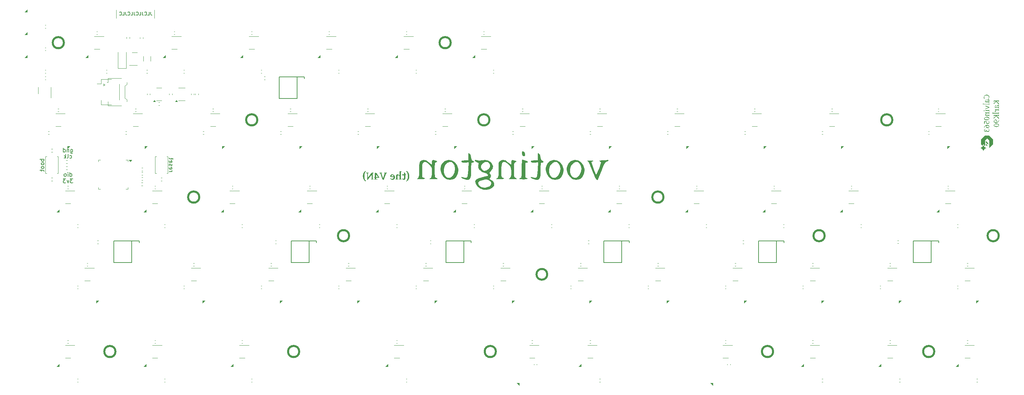
<source format=gbr>
G04 #@! TF.GenerationSoftware,KiCad,Pcbnew,8.0.8*
G04 #@! TF.CreationDate,2025-02-11T15:39:55+01:00*
G04 #@! TF.ProjectId,vootington V4N STM32G0B1CBT6,766f6f74-696e-4677-946f-6e2056344e20,rev?*
G04 #@! TF.SameCoordinates,Original*
G04 #@! TF.FileFunction,Legend,Bot*
G04 #@! TF.FilePolarity,Positive*
%FSLAX46Y46*%
G04 Gerber Fmt 4.6, Leading zero omitted, Abs format (unit mm)*
G04 Created by KiCad (PCBNEW 8.0.8) date 2025-02-11 15:39:55*
%MOMM*%
%LPD*%
G01*
G04 APERTURE LIST*
%ADD10C,0.150000*%
%ADD11C,0.200000*%
%ADD12C,0.500000*%
%ADD13C,0.120000*%
%ADD14C,0.100000*%
%ADD15C,0.002540*%
%ADD16C,0.170180*%
%ADD17C,0.000000*%
G04 APERTURE END LIST*
D10*
X39369940Y-55223569D02*
X39369940Y-54223569D01*
X39369940Y-55175950D02*
X39465178Y-55223569D01*
X39465178Y-55223569D02*
X39655654Y-55223569D01*
X39655654Y-55223569D02*
X39750892Y-55175950D01*
X39750892Y-55175950D02*
X39798511Y-55128330D01*
X39798511Y-55128330D02*
X39846130Y-55033092D01*
X39846130Y-55033092D02*
X39846130Y-54747378D01*
X39846130Y-54747378D02*
X39798511Y-54652140D01*
X39798511Y-54652140D02*
X39750892Y-54604521D01*
X39750892Y-54604521D02*
X39655654Y-54556902D01*
X39655654Y-54556902D02*
X39465178Y-54556902D01*
X39465178Y-54556902D02*
X39369940Y-54604521D01*
X38893749Y-55223569D02*
X38893749Y-54556902D01*
X38893749Y-54223569D02*
X38941368Y-54271188D01*
X38941368Y-54271188D02*
X38893749Y-54318807D01*
X38893749Y-54318807D02*
X38846130Y-54271188D01*
X38846130Y-54271188D02*
X38893749Y-54223569D01*
X38893749Y-54223569D02*
X38893749Y-54318807D01*
X38274702Y-55223569D02*
X38369940Y-55175950D01*
X38369940Y-55175950D02*
X38417559Y-55128330D01*
X38417559Y-55128330D02*
X38465178Y-55033092D01*
X38465178Y-55033092D02*
X38465178Y-54747378D01*
X38465178Y-54747378D02*
X38417559Y-54652140D01*
X38417559Y-54652140D02*
X38369940Y-54604521D01*
X38369940Y-54604521D02*
X38274702Y-54556902D01*
X38274702Y-54556902D02*
X38131845Y-54556902D01*
X38131845Y-54556902D02*
X38036607Y-54604521D01*
X38036607Y-54604521D02*
X37988988Y-54652140D01*
X37988988Y-54652140D02*
X37941369Y-54747378D01*
X37941369Y-54747378D02*
X37941369Y-55033092D01*
X37941369Y-55033092D02*
X37988988Y-55128330D01*
X37988988Y-55128330D02*
X38036607Y-55175950D01*
X38036607Y-55175950D02*
X38131845Y-55223569D01*
X38131845Y-55223569D02*
X38274702Y-55223569D01*
G36*
X265516646Y-36057929D02*
G01*
X265569692Y-36005256D01*
X265621432Y-35946732D01*
X265633517Y-35931534D01*
X265677862Y-35868832D01*
X265707889Y-35815396D01*
X265735767Y-35746045D01*
X265746723Y-35705121D01*
X265757302Y-35630912D01*
X265758447Y-35597410D01*
X265751312Y-35520024D01*
X265729908Y-35443849D01*
X265715216Y-35409098D01*
X265677435Y-35342758D01*
X265628937Y-35281672D01*
X265590652Y-35243868D01*
X265530198Y-35197035D01*
X265461172Y-35156782D01*
X265390983Y-35125899D01*
X265314212Y-35102328D01*
X265239917Y-35088579D01*
X265160695Y-35081901D01*
X265123904Y-35081202D01*
X265043418Y-35084316D01*
X264966825Y-35093659D01*
X264894125Y-35109229D01*
X264825317Y-35131028D01*
X264752993Y-35162043D01*
X264686870Y-35198622D01*
X264620674Y-35245791D01*
X264596339Y-35266583D01*
X264541292Y-35322847D01*
X264494759Y-35384477D01*
X264456742Y-35451475D01*
X264450160Y-35465518D01*
X264422919Y-35537596D01*
X264405767Y-35612322D01*
X264398704Y-35689695D01*
X264398503Y-35705487D01*
X264401446Y-35778810D01*
X264412516Y-35857093D01*
X264423415Y-35900759D01*
X264448923Y-35972812D01*
X264483866Y-36038512D01*
X264503283Y-36035215D01*
X264537721Y-36009936D01*
X264576922Y-35975864D01*
X264608796Y-35945822D01*
X264602568Y-35909552D01*
X264556148Y-35848304D01*
X264523433Y-35784988D01*
X264501081Y-35712576D01*
X264492566Y-35636421D01*
X264492292Y-35619025D01*
X264504670Y-35544692D01*
X264505481Y-35542089D01*
X264537071Y-35474089D01*
X264547247Y-35458191D01*
X264594520Y-35401645D01*
X264621618Y-35376858D01*
X264682846Y-35333407D01*
X264732627Y-35307249D01*
X264803060Y-35279955D01*
X264878575Y-35260023D01*
X264883935Y-35258889D01*
X264957581Y-35247266D01*
X265032646Y-35241796D01*
X265079574Y-35240937D01*
X265155572Y-35244067D01*
X265233625Y-35254886D01*
X265304952Y-35273433D01*
X265325038Y-35280504D01*
X265393379Y-35310391D01*
X265458354Y-35349117D01*
X265500526Y-35382354D01*
X265551698Y-35435553D01*
X265594093Y-35497984D01*
X265606039Y-35521572D01*
X265631284Y-35592815D01*
X265641176Y-35666855D01*
X265641210Y-35671415D01*
X265629155Y-35744844D01*
X265603108Y-35816862D01*
X265566546Y-35887478D01*
X265523878Y-35951363D01*
X265475993Y-36012775D01*
X265470118Y-36019828D01*
X265478911Y-36030452D01*
X265492833Y-36041443D01*
X265506755Y-36050602D01*
X265516646Y-36057929D01*
G37*
G36*
X265565190Y-36218214D02*
G01*
X265638279Y-36237448D01*
X265648572Y-36242749D01*
X265707156Y-36289472D01*
X265710442Y-36293440D01*
X265745990Y-36360180D01*
X265746757Y-36362628D01*
X265758447Y-36436384D01*
X265748189Y-36508924D01*
X265743955Y-36524041D01*
X265716681Y-36592821D01*
X265702184Y-36620706D01*
X265661727Y-36683313D01*
X265632346Y-36721117D01*
X265582226Y-36776370D01*
X265639052Y-36780852D01*
X265711552Y-36800916D01*
X265758447Y-36857703D01*
X265756661Y-36873937D01*
X265729870Y-36943798D01*
X265719976Y-36962401D01*
X265680096Y-37027117D01*
X265637180Y-37088512D01*
X265589919Y-37073125D01*
X265612634Y-37009377D01*
X265617763Y-36972375D01*
X265599811Y-36942333D01*
X265538995Y-36930975D01*
X264970031Y-36930975D01*
X264944826Y-36930014D01*
X264872794Y-36913605D01*
X264808464Y-36869426D01*
X264788668Y-36844654D01*
X264758404Y-36772626D01*
X264750212Y-36695037D01*
X264754559Y-36633197D01*
X264769996Y-36560581D01*
X264791522Y-36496933D01*
X264823119Y-36428690D01*
X264855025Y-36376788D01*
X264904085Y-36317682D01*
X264940098Y-36284915D01*
X265002637Y-36245874D01*
X265042937Y-36260162D01*
X265040739Y-36301928D01*
X265026451Y-36361645D01*
X265005568Y-36414035D01*
X264984319Y-36435285D01*
X264928265Y-36445543D01*
X264884302Y-36482546D01*
X264855359Y-36538233D01*
X264844002Y-36603446D01*
X264843911Y-36612774D01*
X264854993Y-36687343D01*
X264888698Y-36740100D01*
X264941088Y-36767943D01*
X265006301Y-36776370D01*
X265151381Y-36776370D01*
X265219891Y-36776370D01*
X265486971Y-36776370D01*
X265503349Y-36756907D01*
X265548748Y-36695549D01*
X265586256Y-36628359D01*
X265606655Y-36573308D01*
X265617763Y-36497200D01*
X265612634Y-36464594D01*
X265592484Y-36427957D01*
X265551817Y-36398282D01*
X265484773Y-36385825D01*
X265472883Y-36386083D01*
X265400875Y-36402312D01*
X265398662Y-36403352D01*
X265337494Y-36445543D01*
X265304521Y-36483645D01*
X265275212Y-36541164D01*
X265268274Y-36560535D01*
X265247735Y-36633488D01*
X265233126Y-36701913D01*
X265219891Y-36776370D01*
X265151381Y-36776370D01*
X265157890Y-36733398D01*
X265171216Y-36655877D01*
X265187285Y-36579632D01*
X265202531Y-36520284D01*
X265226120Y-36449206D01*
X265233878Y-36430419D01*
X265268984Y-36365675D01*
X265315512Y-36309622D01*
X265343396Y-36284682D01*
X265406004Y-36244042D01*
X265460755Y-36224583D01*
X265536430Y-36216932D01*
X265565190Y-36218214D01*
G37*
G36*
X265735000Y-37159220D02*
G01*
X265690669Y-37159220D01*
X265676495Y-37231357D01*
X265676015Y-37233226D01*
X265660261Y-37280487D01*
X265644508Y-37305766D01*
X265628021Y-37313826D01*
X264401800Y-37313826D01*
X264329993Y-37307598D01*
X264291158Y-37284883D01*
X264273939Y-37240553D01*
X264264047Y-37169479D01*
X264223014Y-37169479D01*
X264206720Y-37244697D01*
X264191140Y-37305400D01*
X264166488Y-37375750D01*
X264140582Y-37431429D01*
X264175387Y-37468432D01*
X265628021Y-37468432D01*
X265659895Y-37503236D01*
X265681525Y-37574801D01*
X265690669Y-37622671D01*
X265735000Y-37622671D01*
X265735000Y-37159220D01*
G37*
G36*
X264817623Y-38685128D02*
G01*
X264831179Y-38634203D01*
X264845101Y-38602329D01*
X264862686Y-38583278D01*
X264887599Y-38571555D01*
X265667222Y-38279929D01*
X265705690Y-38253184D01*
X265732435Y-38215082D01*
X265749288Y-38174416D01*
X265758447Y-38141077D01*
X264887599Y-37800724D01*
X264844002Y-37764821D01*
X264819057Y-37692778D01*
X264817623Y-37686419D01*
X264773660Y-37686419D01*
X264773660Y-38084290D01*
X264817623Y-38084290D01*
X264827882Y-38018711D01*
X264840704Y-37979510D01*
X264859755Y-37963390D01*
X264887599Y-37967786D01*
X265545223Y-38221310D01*
X264887599Y-38459447D01*
X264861587Y-38462744D01*
X264842903Y-38448823D01*
X264829713Y-38413285D01*
X264817623Y-38352102D01*
X264773660Y-38352102D01*
X264773660Y-38685128D01*
X264817623Y-38685128D01*
G37*
G36*
X265735000Y-38772689D02*
G01*
X265691036Y-38772689D01*
X265672859Y-38844160D01*
X265659528Y-38879667D01*
X265628387Y-38917036D01*
X265047700Y-38917036D01*
X264973637Y-38915471D01*
X264963070Y-38914838D01*
X264912878Y-38899084D01*
X264886866Y-38856586D01*
X264874301Y-38782702D01*
X264873311Y-38772689D01*
X264832278Y-38772689D01*
X264817623Y-38840100D01*
X264798206Y-38910808D01*
X264775125Y-38977853D01*
X264750212Y-39036471D01*
X264750212Y-39071642D01*
X265628387Y-39071642D01*
X265658429Y-39106080D01*
X265682532Y-39176593D01*
X265691036Y-39215623D01*
X265735000Y-39215623D01*
X265735000Y-38772689D01*
G37*
G36*
X264447595Y-39102416D02*
G01*
X264501085Y-39092891D01*
X264545048Y-39067612D01*
X264575090Y-39030243D01*
X264586081Y-38982982D01*
X264560802Y-38916303D01*
X264488995Y-38896153D01*
X264435505Y-38905313D01*
X264391542Y-38931324D01*
X264362233Y-38968694D01*
X264351608Y-39014855D01*
X264378698Y-39083177D01*
X264447595Y-39102416D01*
G37*
G36*
X265735000Y-39959343D02*
G01*
X265691402Y-39959343D01*
X265671181Y-40030492D01*
X265657697Y-40068519D01*
X265629120Y-40103690D01*
X265091297Y-40103690D01*
X265017246Y-40100227D01*
X264990914Y-40096363D01*
X264929731Y-40073648D01*
X264898956Y-40032982D01*
X264890896Y-39971799D01*
X264906284Y-39900724D01*
X264941158Y-39835895D01*
X264955010Y-39816460D01*
X265004984Y-39758873D01*
X265042937Y-39722671D01*
X265103662Y-39673762D01*
X265166864Y-39630665D01*
X265176660Y-39624486D01*
X265629120Y-39624486D01*
X265660994Y-39662954D01*
X265683220Y-39733352D01*
X265691402Y-39768833D01*
X265735000Y-39768833D01*
X265735000Y-39325899D01*
X265691769Y-39325899D01*
X265671676Y-39399028D01*
X265660994Y-39431778D01*
X265630586Y-39469880D01*
X265020589Y-39469880D01*
X264958307Y-39466949D01*
X264922037Y-39450096D01*
X264902986Y-39407232D01*
X264891630Y-39332356D01*
X264890896Y-39325899D01*
X264844002Y-39325899D01*
X264827275Y-39397353D01*
X264807365Y-39455592D01*
X264775552Y-39525860D01*
X264750212Y-39573195D01*
X264786116Y-39609098D01*
X265041472Y-39620456D01*
X264980281Y-39665058D01*
X264922464Y-39717070D01*
X264919106Y-39720473D01*
X264869372Y-39775336D01*
X264827882Y-39830749D01*
X264789399Y-39895586D01*
X264770362Y-39938460D01*
X264751472Y-40009695D01*
X264750212Y-40030417D01*
X264760591Y-40105470D01*
X264763768Y-40115780D01*
X264798069Y-40180655D01*
X264804801Y-40188687D01*
X264864386Y-40234287D01*
X264874776Y-40239245D01*
X264946973Y-40257105D01*
X264974794Y-40258296D01*
X265628387Y-40258296D01*
X265656598Y-40289803D01*
X265680017Y-40360835D01*
X265691036Y-40402643D01*
X265735000Y-40402643D01*
X265735000Y-39959343D01*
G37*
G36*
X265141846Y-40505324D02*
G01*
X265220721Y-40508780D01*
X265296806Y-40517174D01*
X265370101Y-40530504D01*
X265432520Y-40546666D01*
X265502593Y-40571692D01*
X265571235Y-40605609D01*
X265597272Y-40621875D01*
X265656848Y-40669610D01*
X265707889Y-40729807D01*
X265722454Y-40753620D01*
X265750103Y-40826389D01*
X265758447Y-40901998D01*
X265756669Y-40938075D01*
X265740623Y-41012088D01*
X265707889Y-41080417D01*
X265684069Y-41114701D01*
X265630809Y-41172323D01*
X265571235Y-41218537D01*
X265514598Y-41251753D01*
X265445770Y-41282505D01*
X265370101Y-41307197D01*
X265355665Y-41311012D01*
X265281813Y-41326396D01*
X265205170Y-41335627D01*
X265125736Y-41338704D01*
X265109536Y-41338605D01*
X265030252Y-41335149D01*
X264953831Y-41326756D01*
X264880272Y-41313425D01*
X264817498Y-41297235D01*
X264747150Y-41272094D01*
X264678405Y-41237954D01*
X264652386Y-41221784D01*
X264593023Y-41174133D01*
X264542484Y-41113756D01*
X264528024Y-41090048D01*
X264500576Y-41017479D01*
X264492292Y-40941932D01*
X264494069Y-40905855D01*
X264494905Y-40901998D01*
X264586081Y-40901998D01*
X264589695Y-40934348D01*
X264623084Y-41002748D01*
X264668971Y-41048544D01*
X264732627Y-41088477D01*
X264765938Y-41103947D01*
X264837012Y-41128863D01*
X264913244Y-41147462D01*
X264933880Y-41151456D01*
X265007039Y-41161931D01*
X265086923Y-41168042D01*
X265164570Y-41169810D01*
X265235980Y-41168593D01*
X265315152Y-41163799D01*
X265391350Y-41154423D01*
X265402990Y-41152444D01*
X265477262Y-41135463D01*
X265546688Y-41109360D01*
X265581550Y-41089790D01*
X265636081Y-41037919D01*
X265648583Y-41016120D01*
X265664658Y-40941932D01*
X265660242Y-40903383D01*
X265627288Y-40835319D01*
X265580669Y-40789890D01*
X265516280Y-40751056D01*
X265482362Y-40736209D01*
X265410349Y-40712358D01*
X265333464Y-40694636D01*
X265312632Y-40690969D01*
X265238958Y-40681352D01*
X265158773Y-40675742D01*
X265081039Y-40674119D01*
X265010750Y-40675365D01*
X264932633Y-40680273D01*
X264857191Y-40689873D01*
X264845599Y-40691939D01*
X264771828Y-40709290D01*
X264703318Y-40735302D01*
X264668842Y-40755066D01*
X264614658Y-40807109D01*
X264602155Y-40828839D01*
X264586081Y-40901998D01*
X264494905Y-40901998D01*
X264510116Y-40831842D01*
X264542850Y-40763512D01*
X264566705Y-40729514D01*
X264620216Y-40672236D01*
X264680237Y-40626125D01*
X264737066Y-40592874D01*
X264806025Y-40561999D01*
X264881737Y-40537099D01*
X264896171Y-40533239D01*
X264969974Y-40517676D01*
X265046495Y-40508338D01*
X265125736Y-40505225D01*
X265141846Y-40505324D01*
G37*
G36*
X265312581Y-42272933D02*
G01*
X265388366Y-42267674D01*
X265461205Y-42251896D01*
X265481475Y-42245456D01*
X265552933Y-42214565D01*
X265616179Y-42172727D01*
X265623991Y-42166321D01*
X265676220Y-42112236D01*
X265717500Y-42047524D01*
X265722177Y-42038093D01*
X265746971Y-41967488D01*
X265757561Y-41894894D01*
X265758447Y-41865169D01*
X265753186Y-41787542D01*
X265737405Y-41710641D01*
X265726573Y-41675393D01*
X265695816Y-41605618D01*
X265655583Y-41542653D01*
X265614099Y-41491844D01*
X265545223Y-41528114D01*
X265586983Y-41592486D01*
X265606406Y-41627399D01*
X265637382Y-41696031D01*
X265642676Y-41710564D01*
X265660261Y-41780539D01*
X265664658Y-41842455D01*
X265655358Y-41915694D01*
X265638279Y-41958959D01*
X265593871Y-42019834D01*
X265568304Y-42042123D01*
X265501966Y-42079669D01*
X265467920Y-42091583D01*
X265395964Y-42105751D01*
X265351416Y-42108069D01*
X265274690Y-42102621D01*
X265220624Y-42090850D01*
X265150457Y-42061157D01*
X265119874Y-42039559D01*
X265071278Y-41983375D01*
X265055027Y-41951998D01*
X265034877Y-41878152D01*
X265031580Y-41826701D01*
X265036709Y-41777242D01*
X265052096Y-41719356D01*
X265077742Y-41658540D01*
X265114012Y-41601387D01*
X265079940Y-41552661D01*
X265006770Y-41564963D01*
X264994944Y-41566949D01*
X264919862Y-41579795D01*
X264893461Y-41584168D01*
X264818874Y-41596258D01*
X264784284Y-41601754D01*
X264708769Y-41612978D01*
X264675474Y-41617507D01*
X264602138Y-41626905D01*
X264575090Y-41629964D01*
X264501279Y-41636696D01*
X264492292Y-41637291D01*
X264492292Y-42086453D01*
X264492292Y-42138844D01*
X264492292Y-42178045D01*
X264468845Y-42211017D01*
X264501085Y-42241059D01*
X264538087Y-42214681D01*
X264575457Y-42184273D01*
X264608063Y-42153865D01*
X264632976Y-42126754D01*
X264632976Y-41727783D01*
X264706288Y-41721139D01*
X264709180Y-41720822D01*
X264782649Y-41711690D01*
X264803702Y-41708732D01*
X264878659Y-41697532D01*
X264894926Y-41694810D01*
X264960139Y-41683819D01*
X264946794Y-41756877D01*
X264944019Y-41780539D01*
X264938399Y-41855551D01*
X264937791Y-41888617D01*
X264943751Y-41966405D01*
X264963367Y-42040255D01*
X264968932Y-42053847D01*
X265004927Y-42119793D01*
X265051364Y-42174015D01*
X265110799Y-42218883D01*
X265170799Y-42247654D01*
X265244570Y-42267378D01*
X265312581Y-42272933D01*
G37*
G36*
X265305738Y-42512125D02*
G01*
X265378939Y-42522055D01*
X265453265Y-42541478D01*
X265482256Y-42552020D01*
X265551437Y-42584871D01*
X265615931Y-42629039D01*
X265628310Y-42639641D01*
X265679180Y-42693377D01*
X265721078Y-42758732D01*
X265725603Y-42768068D01*
X265750236Y-42840647D01*
X265758447Y-42917734D01*
X265756066Y-42959931D01*
X265738297Y-43034238D01*
X265724608Y-43066631D01*
X265685174Y-43130592D01*
X265663335Y-43156344D01*
X265608237Y-43205696D01*
X265580295Y-43225038D01*
X265515547Y-43260285D01*
X265487817Y-43271928D01*
X265415896Y-43293257D01*
X265393810Y-43297540D01*
X265318077Y-43304248D01*
X265244865Y-43299016D01*
X265170066Y-43280435D01*
X265119513Y-43257816D01*
X265057592Y-43211925D01*
X265021017Y-43168958D01*
X264986151Y-43102382D01*
X264966712Y-43028209D01*
X264961238Y-42954004D01*
X264965152Y-42911506D01*
X265055027Y-42911506D01*
X265055153Y-42918682D01*
X265069316Y-42991373D01*
X265075335Y-43006791D01*
X265119874Y-43067943D01*
X265150837Y-43092621D01*
X265219159Y-43126195D01*
X265231280Y-43130386D01*
X265306258Y-43145773D01*
X265379993Y-43149643D01*
X265404150Y-43149047D01*
X265478545Y-43140117D01*
X265500225Y-43135479D01*
X265570502Y-43108610D01*
X265582976Y-43101383D01*
X265638279Y-43049992D01*
X265649820Y-43030643D01*
X265664658Y-42958034D01*
X265660639Y-42911546D01*
X265636081Y-42841164D01*
X265605186Y-42798268D01*
X265548154Y-42751771D01*
X265540570Y-42747211D01*
X265471350Y-42715475D01*
X265398311Y-42694618D01*
X265332367Y-42683146D01*
X265258457Y-42676436D01*
X265184354Y-42674468D01*
X265180020Y-42678091D01*
X265124453Y-42733728D01*
X265084703Y-42795735D01*
X265067808Y-42838010D01*
X265055027Y-42911506D01*
X264965152Y-42911506D01*
X264966367Y-42898317D01*
X264982854Y-42830906D01*
X264984303Y-42826455D01*
X265013262Y-42757633D01*
X265019439Y-42745885D01*
X265060523Y-42683994D01*
X265026430Y-42690691D01*
X264953356Y-42711565D01*
X264881371Y-42741146D01*
X264843586Y-42760646D01*
X264777043Y-42803371D01*
X264719804Y-42850323D01*
X264679596Y-42890357D01*
X264630403Y-42950318D01*
X264589745Y-43011890D01*
X264554541Y-43080077D01*
X264526005Y-43154672D01*
X264505847Y-43228045D01*
X264445397Y-43208261D01*
X264447047Y-43197110D01*
X264461220Y-43121662D01*
X264483041Y-43041016D01*
X264510862Y-42966323D01*
X264544682Y-42897584D01*
X264568403Y-42857679D01*
X264615247Y-42791305D01*
X264667424Y-42731945D01*
X264724933Y-42679597D01*
X264758893Y-42653669D01*
X264823268Y-42612498D01*
X264891815Y-42578398D01*
X264964535Y-42551370D01*
X265006285Y-42539338D01*
X265082966Y-42522819D01*
X265161617Y-42512908D01*
X265242240Y-42509604D01*
X265305738Y-42512125D01*
G37*
G36*
X265339326Y-44231150D02*
G01*
X265412586Y-44225820D01*
X265487188Y-44208282D01*
X265501625Y-44203306D01*
X265568880Y-44171326D01*
X265627764Y-44127593D01*
X265634982Y-44120874D01*
X265683330Y-44064063D01*
X265721214Y-43995981D01*
X265725474Y-43986052D01*
X265748014Y-43910869D01*
X265757642Y-43832140D01*
X265758447Y-43799573D01*
X265753031Y-43725024D01*
X265751852Y-43717141D01*
X265733943Y-43644739D01*
X265729138Y-43631045D01*
X265696893Y-43562030D01*
X265685540Y-43542385D01*
X265642542Y-43482932D01*
X265614099Y-43451160D01*
X265545223Y-43486331D01*
X265589009Y-43548715D01*
X265602742Y-43570962D01*
X265636691Y-43637739D01*
X265639378Y-43644234D01*
X265659162Y-43712744D01*
X265664658Y-43786017D01*
X265656930Y-43860206D01*
X265644874Y-43900323D01*
X265609202Y-43964425D01*
X265587721Y-43988983D01*
X265526391Y-44033617D01*
X265497962Y-44046136D01*
X265423197Y-44063905D01*
X265379626Y-44066286D01*
X265304395Y-44059462D01*
X265248834Y-44042106D01*
X265184307Y-44002451D01*
X265161273Y-43980190D01*
X265120236Y-43915987D01*
X265112913Y-43895927D01*
X265098611Y-43823548D01*
X265097892Y-43803603D01*
X265097892Y-43781987D01*
X265098991Y-43769897D01*
X265100823Y-43756708D01*
X265104853Y-43733627D01*
X265043304Y-43719339D01*
X265021137Y-43789910D01*
X264990202Y-43859668D01*
X264983953Y-43870647D01*
X264940819Y-43931327D01*
X264913977Y-43957842D01*
X264850144Y-43995068D01*
X264841071Y-43997776D01*
X264772927Y-44007668D01*
X264700387Y-43996677D01*
X264634173Y-43964058D01*
X264632243Y-43962605D01*
X264583276Y-43906539D01*
X264582051Y-43904353D01*
X264562937Y-43832225D01*
X264562634Y-43820089D01*
X264576922Y-43746450D01*
X264616123Y-43692228D01*
X264672909Y-43661820D01*
X264739588Y-43659255D01*
X264767065Y-43592211D01*
X264779698Y-43518765D01*
X264779888Y-43516007D01*
X264748014Y-43488530D01*
X264677112Y-43507984D01*
X264656057Y-43520403D01*
X264597696Y-43568689D01*
X264565565Y-43605766D01*
X264525507Y-43667458D01*
X264496688Y-43729964D01*
X264475806Y-43802504D01*
X264468845Y-43878707D01*
X264475772Y-43954535D01*
X264493391Y-44010965D01*
X264532393Y-44075211D01*
X264558237Y-44102190D01*
X264621131Y-44144297D01*
X264648729Y-44155313D01*
X264722164Y-44171170D01*
X264751311Y-44172532D01*
X264825522Y-44158091D01*
X264827882Y-44157144D01*
X264891314Y-44120119D01*
X264900055Y-44113181D01*
X264953227Y-44059116D01*
X264964535Y-44044304D01*
X265003071Y-43980736D01*
X265016193Y-43953079D01*
X265034803Y-44026703D01*
X265051730Y-44062622D01*
X265094902Y-44123788D01*
X265122805Y-44150916D01*
X265184910Y-44192856D01*
X265221723Y-44209534D01*
X265293765Y-44228110D01*
X265339326Y-44231150D01*
G37*
D11*
G36*
X122256431Y-56453933D02*
G01*
X122349398Y-56399931D01*
X122435411Y-56339593D01*
X122514468Y-56272917D01*
X122555384Y-56233137D01*
X122623502Y-56157107D01*
X122684974Y-56075744D01*
X122739800Y-55989048D01*
X122767387Y-55938580D01*
X122811797Y-55843663D01*
X122849407Y-55744110D01*
X122880215Y-55639919D01*
X122894393Y-55580032D01*
X122912772Y-55481358D01*
X122925900Y-55379753D01*
X122933777Y-55275217D01*
X122936403Y-55167750D01*
X122933441Y-55056558D01*
X122924557Y-54948176D01*
X122909750Y-54842602D01*
X122889020Y-54739836D01*
X122862794Y-54640246D01*
X122831500Y-54544686D01*
X122795139Y-54453156D01*
X122753709Y-54365656D01*
X122701197Y-54271993D01*
X122642581Y-54183894D01*
X122577859Y-54101359D01*
X122539264Y-54057910D01*
X122465741Y-53984413D01*
X122387503Y-53917793D01*
X122304552Y-53858051D01*
X122256431Y-53827834D01*
X122182181Y-53930904D01*
X122252452Y-54009069D01*
X122314188Y-54093037D01*
X122337031Y-54128252D01*
X122388345Y-54219454D01*
X122430917Y-54311383D01*
X122462572Y-54392523D01*
X122493751Y-54488865D01*
X122520732Y-54592268D01*
X122541426Y-54691367D01*
X122547568Y-54725670D01*
X122562917Y-54832042D01*
X122572343Y-54931266D01*
X122577800Y-55034886D01*
X122579320Y-55129159D01*
X122577732Y-55228047D01*
X122572151Y-55336304D01*
X122562551Y-55441392D01*
X122553918Y-55509690D01*
X122537660Y-55609149D01*
X122517459Y-55704744D01*
X122490392Y-55806430D01*
X122478203Y-55845768D01*
X122444419Y-55940393D01*
X122401858Y-56038089D01*
X122353639Y-56129090D01*
X122299880Y-56212817D01*
X122235045Y-56295203D01*
X122182181Y-56350862D01*
X122256431Y-56453933D01*
G37*
G36*
X121142683Y-55794477D02*
G01*
X121230519Y-55855782D01*
X121320941Y-55914240D01*
X121410986Y-55966142D01*
X121451895Y-55986940D01*
X121545822Y-56026159D01*
X121641889Y-56047276D01*
X121651197Y-56047513D01*
X121749665Y-56030309D01*
X121763060Y-56025042D01*
X121844912Y-55968248D01*
X121854895Y-55957143D01*
X121906415Y-55871085D01*
X121917422Y-55841860D01*
X121937572Y-55745422D01*
X121940869Y-55678217D01*
X121940869Y-54922042D01*
X122106954Y-54922042D01*
X122147010Y-54867820D01*
X122040032Y-54734463D01*
X121940869Y-54734463D01*
X121940869Y-54442349D01*
X121663409Y-54234254D01*
X121611141Y-54280171D01*
X121611141Y-54734463D01*
X121192020Y-54734463D01*
X121142683Y-54788685D01*
X121173458Y-54841930D01*
X121211560Y-54895663D01*
X121249173Y-54941581D01*
X121281413Y-54969913D01*
X121323423Y-54953793D01*
X121380576Y-54938162D01*
X121447010Y-54926438D01*
X121519306Y-54922042D01*
X121611141Y-54922042D01*
X121611141Y-55550234D01*
X121605659Y-55647821D01*
X121602837Y-55666494D01*
X121578901Y-55743186D01*
X121541776Y-55784707D01*
X121494393Y-55797408D01*
X121443102Y-55792523D01*
X121382041Y-55776892D01*
X121304372Y-55745628D01*
X121213939Y-55700101D01*
X121203256Y-55694337D01*
X121142683Y-55794477D01*
G37*
G36*
X120207233Y-56016250D02*
G01*
X120207233Y-55916598D01*
X120110378Y-55888265D01*
X120067526Y-55871658D01*
X120026005Y-55833067D01*
X120026005Y-55233207D01*
X120030392Y-55132877D01*
X120035286Y-55096431D01*
X120062641Y-55010946D01*
X120111002Y-54966494D01*
X120181343Y-54953305D01*
X120277618Y-54970698D01*
X120345475Y-55002642D01*
X120430604Y-55057883D01*
X120513934Y-55121038D01*
X120541357Y-55143326D01*
X120541357Y-55833067D01*
X120494463Y-55875566D01*
X120400490Y-55906890D01*
X120358664Y-55916598D01*
X120358664Y-56016250D01*
X121052313Y-56016250D01*
X121052313Y-55916110D01*
X120956677Y-55888709D01*
X120916514Y-55874100D01*
X120871085Y-55832579D01*
X120871085Y-54277240D01*
X120874505Y-54187359D01*
X120895021Y-54137534D01*
X120949243Y-54112132D01*
X121048220Y-54096531D01*
X121052313Y-54096012D01*
X121052313Y-54000269D01*
X120954250Y-53985052D01*
X120914560Y-53978287D01*
X120817651Y-53958285D01*
X120801232Y-53954351D01*
X120707093Y-53927904D01*
X120701092Y-53926019D01*
X120608270Y-53892903D01*
X120601930Y-53890360D01*
X120541357Y-53947024D01*
X120541357Y-54947931D01*
X120463688Y-54887695D01*
X120379230Y-54830658D01*
X120289013Y-54780607D01*
X120245335Y-54760841D01*
X120146050Y-54725716D01*
X120048414Y-54705958D01*
X120000115Y-54703200D01*
X119900044Y-54717412D01*
X119886298Y-54721762D01*
X119799798Y-54771825D01*
X119789089Y-54781846D01*
X119733586Y-54862525D01*
X119721678Y-54890778D01*
X119699279Y-54991026D01*
X119696277Y-55053444D01*
X119696277Y-55833067D01*
X119687973Y-55851630D01*
X119659152Y-55870192D01*
X119602976Y-55891197D01*
X119513584Y-55916598D01*
X119513584Y-56016250D01*
X120207233Y-56016250D01*
G37*
G36*
X118747821Y-54703240D02*
G01*
X118845824Y-54713458D01*
X118852285Y-54714767D01*
X118946452Y-54740813D01*
X118949501Y-54741859D01*
X119040241Y-54781358D01*
X119120353Y-54830695D01*
X119137724Y-54843622D01*
X119216340Y-54913241D01*
X119281217Y-54991160D01*
X119332355Y-55077380D01*
X119345013Y-55104843D01*
X119378215Y-55201472D01*
X119397583Y-55305924D01*
X119403186Y-55406619D01*
X119401012Y-55468426D01*
X119387170Y-55568615D01*
X119357757Y-55668936D01*
X119345896Y-55697848D01*
X119296448Y-55790867D01*
X119234658Y-55871169D01*
X119214836Y-55891586D01*
X119139089Y-55953790D01*
X119053430Y-56001595D01*
X119027334Y-56012357D01*
X118932753Y-56038724D01*
X118833123Y-56047513D01*
X118782910Y-56046368D01*
X118682181Y-56035789D01*
X118639085Y-56026506D01*
X118543939Y-55992314D01*
X118482030Y-55959335D01*
X118398859Y-55902921D01*
X118379633Y-55888037D01*
X118302231Y-55821619D01*
X118228378Y-55750513D01*
X118239613Y-55732439D01*
X118258175Y-55706061D01*
X118280157Y-55679194D01*
X118299697Y-55662586D01*
X118352848Y-55698378D01*
X118439892Y-55751002D01*
X118454485Y-55758840D01*
X118546382Y-55801316D01*
X118634309Y-55823786D01*
X118717840Y-55828671D01*
X118766708Y-55825284D01*
X118861455Y-55793989D01*
X118898721Y-55769335D01*
X118967945Y-55696291D01*
X119000360Y-55641619D01*
X119035844Y-55547792D01*
X119054529Y-55457788D01*
X119062711Y-55359725D01*
X118413025Y-55359725D01*
X118362711Y-55338720D01*
X118307024Y-55310388D01*
X118256221Y-55279613D01*
X118220562Y-55250304D01*
X118220592Y-55243566D01*
X118225369Y-55182893D01*
X118548824Y-55182893D01*
X118559082Y-55223926D01*
X118601092Y-55234672D01*
X119058315Y-55234672D01*
X119051394Y-55177250D01*
X119031448Y-55078845D01*
X119022673Y-55049480D01*
X118980646Y-54960632D01*
X118974476Y-54951587D01*
X118901999Y-54885405D01*
X118886916Y-54877947D01*
X118790625Y-54859515D01*
X118769227Y-54860362D01*
X118673877Y-54894198D01*
X118662451Y-54903105D01*
X118599138Y-54978706D01*
X118592330Y-54991254D01*
X118560059Y-55084219D01*
X118548824Y-55182893D01*
X118225369Y-55182893D01*
X118228378Y-55144669D01*
X118251825Y-55043674D01*
X118290904Y-54950496D01*
X118346591Y-54869285D01*
X118418765Y-54801508D01*
X118508280Y-54748629D01*
X118539857Y-54735542D01*
X118637791Y-54710698D01*
X118741288Y-54703200D01*
X118747821Y-54703240D01*
G37*
G36*
X115618399Y-54395942D02*
G01*
X115715072Y-54416653D01*
X115764944Y-54430625D01*
X115831378Y-54485335D01*
X116347708Y-55895594D01*
X116389717Y-55949815D01*
X116460059Y-55994268D01*
X116541148Y-56026508D01*
X116615886Y-56047513D01*
X117241148Y-54485335D01*
X117297324Y-54428671D01*
X117393993Y-54400367D01*
X117424819Y-54395942D01*
X117424819Y-54296780D01*
X116724330Y-54296780D01*
X116724330Y-54395942D01*
X116824485Y-54408599D01*
X116869899Y-54423786D01*
X116890415Y-54482893D01*
X116443939Y-55618622D01*
X116036054Y-54485335D01*
X116034100Y-54451630D01*
X116059501Y-54427694D01*
X116117142Y-54410109D01*
X116210443Y-54395942D01*
X116210443Y-54296780D01*
X115618399Y-54296780D01*
X115618399Y-54395942D01*
G37*
G36*
X114613095Y-54322670D02*
G01*
X114692718Y-54351490D01*
X114773807Y-54379334D01*
X114846103Y-54403758D01*
X115507024Y-55491127D01*
X115450848Y-55547303D01*
X114799697Y-55547303D01*
X114799697Y-55813039D01*
X114811420Y-55836975D01*
X114854895Y-55860423D01*
X114942823Y-55885335D01*
X114989557Y-55895571D01*
X115087903Y-55914156D01*
X115087903Y-56016250D01*
X114292648Y-56016250D01*
X114292648Y-55914156D01*
X114385949Y-55890220D01*
X114445056Y-55868727D01*
X114475342Y-55849187D01*
X114483646Y-55828671D01*
X114483646Y-55547303D01*
X114407931Y-55547303D01*
X114336612Y-55483800D01*
X114329200Y-55476089D01*
X114267736Y-55399781D01*
X114303884Y-55359725D01*
X114483646Y-55359725D01*
X114799697Y-55359725D01*
X115237868Y-55359725D01*
X114799697Y-54662656D01*
X114799697Y-55359725D01*
X114483646Y-55359725D01*
X114483646Y-54354910D01*
X114544219Y-54296780D01*
X114613095Y-54322670D01*
G37*
G36*
X114107024Y-56016250D02*
G01*
X114107024Y-55916598D01*
X114007912Y-55897275D01*
X113962921Y-55878497D01*
X113918957Y-55833556D01*
X113918957Y-54496082D01*
X113998952Y-54435895D01*
X114094726Y-54398709D01*
X114107024Y-54396431D01*
X114107024Y-54296780D01*
X113723563Y-54296780D01*
X113689857Y-54300199D01*
X113662990Y-54314365D01*
X113633681Y-54346117D01*
X113591671Y-54402781D01*
X112750988Y-55553654D01*
X112750988Y-54479962D01*
X112760269Y-54460423D01*
X112790555Y-54437464D01*
X112848196Y-54414993D01*
X112939055Y-54395942D01*
X112939055Y-54296780D01*
X112355314Y-54296780D01*
X112355314Y-54395942D01*
X112454127Y-54416490D01*
X112499906Y-54435510D01*
X112544847Y-54479962D01*
X112544847Y-56047513D01*
X112643382Y-56033944D01*
X112740972Y-56003963D01*
X112756361Y-55996710D01*
X112839289Y-55942633D01*
X112873109Y-55906340D01*
X113712816Y-54758399D01*
X113712816Y-55833067D01*
X113703046Y-55853095D01*
X113670806Y-55876054D01*
X113612676Y-55899013D01*
X113523283Y-55916598D01*
X113523283Y-56016250D01*
X114107024Y-56016250D01*
G37*
G36*
X111518050Y-55112551D02*
G01*
X111521011Y-55223773D01*
X111529895Y-55332247D01*
X111544703Y-55437974D01*
X111565433Y-55540953D01*
X111591658Y-55640390D01*
X111622952Y-55735981D01*
X111659314Y-55827725D01*
X111700743Y-55915621D01*
X111753255Y-56009521D01*
X111811872Y-56097779D01*
X111876594Y-56180395D01*
X111915189Y-56223856D01*
X111988514Y-56297353D01*
X112066709Y-56363973D01*
X112149772Y-56423715D01*
X112198022Y-56453933D01*
X112272272Y-56350862D01*
X112202094Y-56272697D01*
X112140612Y-56188729D01*
X112117910Y-56153514D01*
X112066299Y-56062243D01*
X112023574Y-55970131D01*
X111991881Y-55888755D01*
X111960492Y-55791993D01*
X111933491Y-55688552D01*
X111912944Y-55589745D01*
X111906884Y-55555607D01*
X111891536Y-55449356D01*
X111882109Y-55349980D01*
X111876652Y-55245963D01*
X111875133Y-55151141D01*
X111876720Y-55052864D01*
X111882302Y-54945003D01*
X111891901Y-54840001D01*
X111900534Y-54771588D01*
X111916793Y-54671695D01*
X111936993Y-54575898D01*
X111964060Y-54474260D01*
X111976249Y-54435021D01*
X112009775Y-54340396D01*
X112052164Y-54242700D01*
X112100325Y-54151700D01*
X112154142Y-54067867D01*
X112219172Y-53985893D01*
X112272272Y-53930904D01*
X112198022Y-53827834D01*
X112105526Y-53881835D01*
X112019831Y-53942174D01*
X111940937Y-54008849D01*
X111900045Y-54048629D01*
X111831455Y-54124660D01*
X111769666Y-54206023D01*
X111714677Y-54292718D01*
X111687066Y-54343186D01*
X111642655Y-54437631D01*
X111605046Y-54536867D01*
X111574237Y-54640894D01*
X111560059Y-54700758D01*
X111541680Y-54799218D01*
X111528552Y-54900670D01*
X111520675Y-55005115D01*
X111518050Y-55112551D01*
G37*
D10*
X32998569Y-50982738D02*
X31998569Y-50982738D01*
X32379521Y-50982738D02*
X32331902Y-51077976D01*
X32331902Y-51077976D02*
X32331902Y-51268452D01*
X32331902Y-51268452D02*
X32379521Y-51363690D01*
X32379521Y-51363690D02*
X32427140Y-51411309D01*
X32427140Y-51411309D02*
X32522378Y-51458928D01*
X32522378Y-51458928D02*
X32808092Y-51458928D01*
X32808092Y-51458928D02*
X32903330Y-51411309D01*
X32903330Y-51411309D02*
X32950950Y-51363690D01*
X32950950Y-51363690D02*
X32998569Y-51268452D01*
X32998569Y-51268452D02*
X32998569Y-51077976D01*
X32998569Y-51077976D02*
X32950950Y-50982738D01*
X32998569Y-52030357D02*
X32950950Y-51935119D01*
X32950950Y-51935119D02*
X32903330Y-51887500D01*
X32903330Y-51887500D02*
X32808092Y-51839881D01*
X32808092Y-51839881D02*
X32522378Y-51839881D01*
X32522378Y-51839881D02*
X32427140Y-51887500D01*
X32427140Y-51887500D02*
X32379521Y-51935119D01*
X32379521Y-51935119D02*
X32331902Y-52030357D01*
X32331902Y-52030357D02*
X32331902Y-52173214D01*
X32331902Y-52173214D02*
X32379521Y-52268452D01*
X32379521Y-52268452D02*
X32427140Y-52316071D01*
X32427140Y-52316071D02*
X32522378Y-52363690D01*
X32522378Y-52363690D02*
X32808092Y-52363690D01*
X32808092Y-52363690D02*
X32903330Y-52316071D01*
X32903330Y-52316071D02*
X32950950Y-52268452D01*
X32950950Y-52268452D02*
X32998569Y-52173214D01*
X32998569Y-52173214D02*
X32998569Y-52030357D01*
X32998569Y-52935119D02*
X32950950Y-52839881D01*
X32950950Y-52839881D02*
X32903330Y-52792262D01*
X32903330Y-52792262D02*
X32808092Y-52744643D01*
X32808092Y-52744643D02*
X32522378Y-52744643D01*
X32522378Y-52744643D02*
X32427140Y-52792262D01*
X32427140Y-52792262D02*
X32379521Y-52839881D01*
X32379521Y-52839881D02*
X32331902Y-52935119D01*
X32331902Y-52935119D02*
X32331902Y-53077976D01*
X32331902Y-53077976D02*
X32379521Y-53173214D01*
X32379521Y-53173214D02*
X32427140Y-53220833D01*
X32427140Y-53220833D02*
X32522378Y-53268452D01*
X32522378Y-53268452D02*
X32808092Y-53268452D01*
X32808092Y-53268452D02*
X32903330Y-53220833D01*
X32903330Y-53220833D02*
X32950950Y-53173214D01*
X32950950Y-53173214D02*
X32998569Y-53077976D01*
X32998569Y-53077976D02*
X32998569Y-52935119D01*
X32331902Y-53554167D02*
X32331902Y-53935119D01*
X31998569Y-53697024D02*
X32855711Y-53697024D01*
X32855711Y-53697024D02*
X32950950Y-53744643D01*
X32950950Y-53744643D02*
X32998569Y-53839881D01*
X32998569Y-53839881D02*
X32998569Y-53935119D01*
X63838930Y-54006547D02*
X64505597Y-54006547D01*
X64315121Y-54006547D02*
X64410359Y-53958928D01*
X64410359Y-53958928D02*
X64457978Y-53911309D01*
X64457978Y-53911309D02*
X64505597Y-53816071D01*
X64505597Y-53816071D02*
X64505597Y-53720833D01*
X63886550Y-53006547D02*
X63838930Y-53101785D01*
X63838930Y-53101785D02*
X63838930Y-53292261D01*
X63838930Y-53292261D02*
X63886550Y-53387499D01*
X63886550Y-53387499D02*
X63981788Y-53435118D01*
X63981788Y-53435118D02*
X64362740Y-53435118D01*
X64362740Y-53435118D02*
X64457978Y-53387499D01*
X64457978Y-53387499D02*
X64505597Y-53292261D01*
X64505597Y-53292261D02*
X64505597Y-53101785D01*
X64505597Y-53101785D02*
X64457978Y-53006547D01*
X64457978Y-53006547D02*
X64362740Y-52958928D01*
X64362740Y-52958928D02*
X64267502Y-52958928D01*
X64267502Y-52958928D02*
X64172264Y-53435118D01*
X63886550Y-52577975D02*
X63838930Y-52482737D01*
X63838930Y-52482737D02*
X63838930Y-52292261D01*
X63838930Y-52292261D02*
X63886550Y-52197023D01*
X63886550Y-52197023D02*
X63981788Y-52149404D01*
X63981788Y-52149404D02*
X64029407Y-52149404D01*
X64029407Y-52149404D02*
X64124645Y-52197023D01*
X64124645Y-52197023D02*
X64172264Y-52292261D01*
X64172264Y-52292261D02*
X64172264Y-52435118D01*
X64172264Y-52435118D02*
X64219883Y-52530356D01*
X64219883Y-52530356D02*
X64315121Y-52577975D01*
X64315121Y-52577975D02*
X64362740Y-52577975D01*
X64362740Y-52577975D02*
X64457978Y-52530356D01*
X64457978Y-52530356D02*
X64505597Y-52435118D01*
X64505597Y-52435118D02*
X64505597Y-52292261D01*
X64505597Y-52292261D02*
X64457978Y-52197023D01*
X63886550Y-51339880D02*
X63838930Y-51435118D01*
X63838930Y-51435118D02*
X63838930Y-51625594D01*
X63838930Y-51625594D02*
X63886550Y-51720832D01*
X63886550Y-51720832D02*
X63981788Y-51768451D01*
X63981788Y-51768451D02*
X64362740Y-51768451D01*
X64362740Y-51768451D02*
X64457978Y-51720832D01*
X64457978Y-51720832D02*
X64505597Y-51625594D01*
X64505597Y-51625594D02*
X64505597Y-51435118D01*
X64505597Y-51435118D02*
X64457978Y-51339880D01*
X64457978Y-51339880D02*
X64362740Y-51292261D01*
X64362740Y-51292261D02*
X64267502Y-51292261D01*
X64267502Y-51292261D02*
X64172264Y-51768451D01*
X64505597Y-51006546D02*
X64505597Y-50625594D01*
X64838930Y-50863689D02*
X63981788Y-50863689D01*
X63981788Y-50863689D02*
X63886550Y-50816070D01*
X63886550Y-50816070D02*
X63838930Y-50720832D01*
X63838930Y-50720832D02*
X63838930Y-50625594D01*
X59257738Y-14643545D02*
X59257738Y-15214973D01*
X59257738Y-15214973D02*
X59295833Y-15329259D01*
X59295833Y-15329259D02*
X59372024Y-15405450D01*
X59372024Y-15405450D02*
X59486309Y-15443545D01*
X59486309Y-15443545D02*
X59562500Y-15443545D01*
X58495833Y-15443545D02*
X58876785Y-15443545D01*
X58876785Y-15443545D02*
X58876785Y-14643545D01*
X57772023Y-15367354D02*
X57810119Y-15405450D01*
X57810119Y-15405450D02*
X57924404Y-15443545D01*
X57924404Y-15443545D02*
X58000595Y-15443545D01*
X58000595Y-15443545D02*
X58114881Y-15405450D01*
X58114881Y-15405450D02*
X58191071Y-15329259D01*
X58191071Y-15329259D02*
X58229166Y-15253069D01*
X58229166Y-15253069D02*
X58267262Y-15100688D01*
X58267262Y-15100688D02*
X58267262Y-14986402D01*
X58267262Y-14986402D02*
X58229166Y-14834021D01*
X58229166Y-14834021D02*
X58191071Y-14757830D01*
X58191071Y-14757830D02*
X58114881Y-14681640D01*
X58114881Y-14681640D02*
X58000595Y-14643545D01*
X58000595Y-14643545D02*
X57924404Y-14643545D01*
X57924404Y-14643545D02*
X57810119Y-14681640D01*
X57810119Y-14681640D02*
X57772023Y-14719735D01*
X57200595Y-14643545D02*
X57200595Y-15214973D01*
X57200595Y-15214973D02*
X57238690Y-15329259D01*
X57238690Y-15329259D02*
X57314881Y-15405450D01*
X57314881Y-15405450D02*
X57429166Y-15443545D01*
X57429166Y-15443545D02*
X57505357Y-15443545D01*
X56438690Y-15443545D02*
X56819642Y-15443545D01*
X56819642Y-15443545D02*
X56819642Y-14643545D01*
X55714880Y-15367354D02*
X55752976Y-15405450D01*
X55752976Y-15405450D02*
X55867261Y-15443545D01*
X55867261Y-15443545D02*
X55943452Y-15443545D01*
X55943452Y-15443545D02*
X56057738Y-15405450D01*
X56057738Y-15405450D02*
X56133928Y-15329259D01*
X56133928Y-15329259D02*
X56172023Y-15253069D01*
X56172023Y-15253069D02*
X56210119Y-15100688D01*
X56210119Y-15100688D02*
X56210119Y-14986402D01*
X56210119Y-14986402D02*
X56172023Y-14834021D01*
X56172023Y-14834021D02*
X56133928Y-14757830D01*
X56133928Y-14757830D02*
X56057738Y-14681640D01*
X56057738Y-14681640D02*
X55943452Y-14643545D01*
X55943452Y-14643545D02*
X55867261Y-14643545D01*
X55867261Y-14643545D02*
X55752976Y-14681640D01*
X55752976Y-14681640D02*
X55714880Y-14719735D01*
X55143452Y-14643545D02*
X55143452Y-15214973D01*
X55143452Y-15214973D02*
X55181547Y-15329259D01*
X55181547Y-15329259D02*
X55257738Y-15405450D01*
X55257738Y-15405450D02*
X55372023Y-15443545D01*
X55372023Y-15443545D02*
X55448214Y-15443545D01*
X54381547Y-15443545D02*
X54762499Y-15443545D01*
X54762499Y-15443545D02*
X54762499Y-14643545D01*
X53657737Y-15367354D02*
X53695833Y-15405450D01*
X53695833Y-15405450D02*
X53810118Y-15443545D01*
X53810118Y-15443545D02*
X53886309Y-15443545D01*
X53886309Y-15443545D02*
X54000595Y-15405450D01*
X54000595Y-15405450D02*
X54076785Y-15329259D01*
X54076785Y-15329259D02*
X54114880Y-15253069D01*
X54114880Y-15253069D02*
X54152976Y-15100688D01*
X54152976Y-15100688D02*
X54152976Y-14986402D01*
X54152976Y-14986402D02*
X54114880Y-14834021D01*
X54114880Y-14834021D02*
X54076785Y-14757830D01*
X54076785Y-14757830D02*
X54000595Y-14681640D01*
X54000595Y-14681640D02*
X53886309Y-14643545D01*
X53886309Y-14643545D02*
X53810118Y-14643545D01*
X53810118Y-14643545D02*
X53695833Y-14681640D01*
X53695833Y-14681640D02*
X53657737Y-14719735D01*
X53086309Y-14643545D02*
X53086309Y-15214973D01*
X53086309Y-15214973D02*
X53124404Y-15329259D01*
X53124404Y-15329259D02*
X53200595Y-15405450D01*
X53200595Y-15405450D02*
X53314880Y-15443545D01*
X53314880Y-15443545D02*
X53391071Y-15443545D01*
X52324404Y-15443545D02*
X52705356Y-15443545D01*
X52705356Y-15443545D02*
X52705356Y-14643545D01*
X51600594Y-15367354D02*
X51638690Y-15405450D01*
X51638690Y-15405450D02*
X51752975Y-15443545D01*
X51752975Y-15443545D02*
X51829166Y-15443545D01*
X51829166Y-15443545D02*
X51943452Y-15405450D01*
X51943452Y-15405450D02*
X52019642Y-15329259D01*
X52019642Y-15329259D02*
X52057737Y-15253069D01*
X52057737Y-15253069D02*
X52095833Y-15100688D01*
X52095833Y-15100688D02*
X52095833Y-14986402D01*
X52095833Y-14986402D02*
X52057737Y-14834021D01*
X52057737Y-14834021D02*
X52019642Y-14757830D01*
X52019642Y-14757830D02*
X51943452Y-14681640D01*
X51943452Y-14681640D02*
X51829166Y-14643545D01*
X51829166Y-14643545D02*
X51752975Y-14643545D01*
X51752975Y-14643545D02*
X51638690Y-14681640D01*
X51638690Y-14681640D02*
X51600594Y-14719735D01*
X40084225Y-55811069D02*
X39465178Y-55811069D01*
X39465178Y-55811069D02*
X39798511Y-56192021D01*
X39798511Y-56192021D02*
X39655654Y-56192021D01*
X39655654Y-56192021D02*
X39560416Y-56239640D01*
X39560416Y-56239640D02*
X39512797Y-56287259D01*
X39512797Y-56287259D02*
X39465178Y-56382497D01*
X39465178Y-56382497D02*
X39465178Y-56620592D01*
X39465178Y-56620592D02*
X39512797Y-56715830D01*
X39512797Y-56715830D02*
X39560416Y-56763450D01*
X39560416Y-56763450D02*
X39655654Y-56811069D01*
X39655654Y-56811069D02*
X39941368Y-56811069D01*
X39941368Y-56811069D02*
X40036606Y-56763450D01*
X40036606Y-56763450D02*
X40084225Y-56715830D01*
X39131844Y-56144402D02*
X38893749Y-56811069D01*
X38893749Y-56811069D02*
X38655654Y-56144402D01*
X38369939Y-55811069D02*
X37750892Y-55811069D01*
X37750892Y-55811069D02*
X38084225Y-56192021D01*
X38084225Y-56192021D02*
X37941368Y-56192021D01*
X37941368Y-56192021D02*
X37846130Y-56239640D01*
X37846130Y-56239640D02*
X37798511Y-56287259D01*
X37798511Y-56287259D02*
X37750892Y-56382497D01*
X37750892Y-56382497D02*
X37750892Y-56620592D01*
X37750892Y-56620592D02*
X37798511Y-56715830D01*
X37798511Y-56715830D02*
X37846130Y-56763450D01*
X37846130Y-56763450D02*
X37941368Y-56811069D01*
X37941368Y-56811069D02*
X38227082Y-56811069D01*
X38227082Y-56811069D02*
X38322320Y-56763450D01*
X38322320Y-56763450D02*
X38369939Y-56715830D01*
G36*
X268116250Y-36359813D02*
G01*
X268072286Y-36359813D01*
X268054414Y-36432189D01*
X268041145Y-36469356D01*
X268009637Y-36508923D01*
X266933992Y-36508923D01*
X266903584Y-36471188D01*
X266878996Y-36398543D01*
X266870611Y-36359813D01*
X266826647Y-36359813D01*
X266826647Y-36823264D01*
X266870977Y-36823264D01*
X266889107Y-36750759D01*
X266902851Y-36713354D01*
X266934725Y-36673787D01*
X267459358Y-36673787D01*
X266962568Y-37095472D01*
X266918238Y-37125148D01*
X266892593Y-37121118D01*
X266878671Y-37084848D01*
X266870977Y-37019269D01*
X266826647Y-37019269D01*
X266826647Y-37451945D01*
X266870977Y-37451945D01*
X266879404Y-37392960D01*
X266890028Y-37346798D01*
X266907247Y-37309063D01*
X266934725Y-37276823D01*
X267433713Y-36825462D01*
X267994250Y-37322985D01*
X268026490Y-37362552D01*
X268042244Y-37407981D01*
X268046640Y-37457807D01*
X268042977Y-37510563D01*
X268087307Y-37517890D01*
X268109332Y-37445412D01*
X268123210Y-37395525D01*
X268137378Y-37323626D01*
X268139697Y-37284883D01*
X268130171Y-37231760D01*
X268095367Y-37188162D01*
X267466686Y-36673787D01*
X268010370Y-36673787D01*
X268040778Y-36710790D01*
X268064354Y-36784002D01*
X268072652Y-36823264D01*
X268116250Y-36823264D01*
X268116250Y-36359813D01*
G37*
G36*
X267946440Y-37605268D02*
G01*
X268019529Y-37624502D01*
X268029822Y-37629803D01*
X268088406Y-37676526D01*
X268091692Y-37680495D01*
X268127240Y-37747234D01*
X268128007Y-37749682D01*
X268139697Y-37823438D01*
X268129439Y-37895978D01*
X268125205Y-37911095D01*
X268097931Y-37979876D01*
X268083434Y-38007761D01*
X268042977Y-38070368D01*
X268013596Y-38108172D01*
X267963476Y-38163424D01*
X268020302Y-38167906D01*
X268092802Y-38187971D01*
X268139697Y-38244757D01*
X268137911Y-38260992D01*
X268111120Y-38330853D01*
X268101226Y-38349455D01*
X268061346Y-38414172D01*
X268018430Y-38475567D01*
X267971169Y-38460179D01*
X267993884Y-38396432D01*
X267999013Y-38359429D01*
X267981061Y-38329387D01*
X267920245Y-38318030D01*
X267351281Y-38318030D01*
X267326076Y-38317068D01*
X267254044Y-38300659D01*
X267189714Y-38256481D01*
X267169918Y-38231708D01*
X267139654Y-38159680D01*
X267131462Y-38082091D01*
X267135809Y-38020251D01*
X267151246Y-37947636D01*
X267172772Y-37883987D01*
X267204369Y-37815744D01*
X267236275Y-37763842D01*
X267285335Y-37704736D01*
X267321348Y-37671969D01*
X267383887Y-37632929D01*
X267424187Y-37647217D01*
X267421989Y-37688982D01*
X267407701Y-37748700D01*
X267386818Y-37801090D01*
X267365569Y-37822339D01*
X267309515Y-37832597D01*
X267265552Y-37869600D01*
X267236609Y-37925287D01*
X267225252Y-37990500D01*
X267225161Y-37999829D01*
X267236243Y-38074398D01*
X267269948Y-38127154D01*
X267322338Y-38154998D01*
X267387551Y-38163424D01*
X267532631Y-38163424D01*
X267601141Y-38163424D01*
X267868221Y-38163424D01*
X267884599Y-38143961D01*
X267929998Y-38082604D01*
X267967506Y-38015413D01*
X267987905Y-37960362D01*
X267999013Y-37884255D01*
X267993884Y-37851648D01*
X267973734Y-37815012D01*
X267933067Y-37785336D01*
X267866023Y-37772880D01*
X267854133Y-37773137D01*
X267782125Y-37789366D01*
X267779912Y-37790407D01*
X267718744Y-37832597D01*
X267685771Y-37870699D01*
X267656462Y-37928218D01*
X267649524Y-37947590D01*
X267628985Y-38020542D01*
X267614376Y-38088967D01*
X267601141Y-38163424D01*
X267532631Y-38163424D01*
X267539140Y-38120452D01*
X267552466Y-38042932D01*
X267568535Y-37966687D01*
X267583781Y-37907338D01*
X267607370Y-37836261D01*
X267615128Y-37817473D01*
X267650234Y-37752730D01*
X267696762Y-37696676D01*
X267724646Y-37671736D01*
X267787254Y-37631097D01*
X267842005Y-37611637D01*
X267917680Y-37603986D01*
X267946440Y-37605268D01*
G37*
G36*
X267168465Y-39277904D02*
G01*
X267204002Y-39286331D01*
X267271780Y-39278271D01*
X267343911Y-39260414D01*
X267351647Y-39258121D01*
X267420524Y-39233574D01*
X267420524Y-39189244D01*
X267350548Y-39171659D01*
X267304753Y-39145280D01*
X267279840Y-39112308D01*
X267272146Y-39074938D01*
X267291197Y-39021816D01*
X267341086Y-38967199D01*
X267350915Y-38959167D01*
X267414072Y-38917491D01*
X267454962Y-38895786D01*
X267524296Y-38866202D01*
X267594731Y-38842871D01*
X267605538Y-38839733D01*
X268009271Y-38839733D01*
X268041145Y-38878201D01*
X268060894Y-38949499D01*
X268071919Y-39014122D01*
X268116250Y-39014122D01*
X268116250Y-38541146D01*
X268072286Y-38541146D01*
X268053195Y-38614275D01*
X268041878Y-38647025D01*
X268009637Y-38685127D01*
X267412464Y-38685127D01*
X267355677Y-38682929D01*
X267318308Y-38677800D01*
X267295594Y-38670106D01*
X267282404Y-38661680D01*
X267270681Y-38645560D01*
X267262987Y-38622845D01*
X267258224Y-38589139D01*
X267254561Y-38541146D01*
X267213528Y-38541146D01*
X267193628Y-38615644D01*
X267177991Y-38672304D01*
X267152927Y-38744354D01*
X267131462Y-38788442D01*
X267167366Y-38824345D01*
X267400374Y-38837901D01*
X267332711Y-38874423D01*
X267294861Y-38897985D01*
X267235626Y-38942674D01*
X267209132Y-38967594D01*
X267163244Y-39025159D01*
X267151979Y-39045263D01*
X267131963Y-39116592D01*
X267131462Y-39130259D01*
X267139522Y-39201334D01*
X267164662Y-39270757D01*
X267168465Y-39277904D01*
G37*
G36*
X268116250Y-39377189D02*
G01*
X268071919Y-39377189D01*
X268057745Y-39449326D01*
X268057265Y-39451195D01*
X268041511Y-39498456D01*
X268025758Y-39523735D01*
X268009271Y-39531795D01*
X266783050Y-39531795D01*
X266711243Y-39525567D01*
X266672408Y-39502852D01*
X266655189Y-39458522D01*
X266645297Y-39387447D01*
X266604264Y-39387447D01*
X266587970Y-39462666D01*
X266572390Y-39523368D01*
X266547738Y-39593719D01*
X266521832Y-39649398D01*
X266556637Y-39686400D01*
X268009271Y-39686400D01*
X268041145Y-39721205D01*
X268062775Y-39792769D01*
X268071919Y-39840640D01*
X268116250Y-39840640D01*
X268116250Y-39377189D01*
G37*
G36*
X268116250Y-39935528D02*
G01*
X268072286Y-39935528D01*
X268054414Y-40007904D01*
X268041145Y-40045071D01*
X268009637Y-40084638D01*
X266933992Y-40084638D01*
X266903584Y-40046903D01*
X266878996Y-39974258D01*
X266870611Y-39935528D01*
X266826647Y-39935528D01*
X266826647Y-40398979D01*
X266870977Y-40398979D01*
X266889107Y-40326474D01*
X266902851Y-40289070D01*
X266934725Y-40249502D01*
X267459358Y-40249502D01*
X266962568Y-40671188D01*
X266918238Y-40700863D01*
X266892593Y-40696833D01*
X266878671Y-40660563D01*
X266870977Y-40594984D01*
X266826647Y-40594984D01*
X266826647Y-41027660D01*
X266870977Y-41027660D01*
X266879404Y-40968675D01*
X266890028Y-40922513D01*
X266907247Y-40884778D01*
X266934725Y-40852538D01*
X267433713Y-40401177D01*
X267994250Y-40898700D01*
X268026490Y-40938267D01*
X268042244Y-40983696D01*
X268046640Y-41033522D01*
X268042977Y-41086278D01*
X268087307Y-41093606D01*
X268109332Y-41021128D01*
X268123210Y-40971240D01*
X268137378Y-40899341D01*
X268139697Y-40860598D01*
X268130171Y-40807475D01*
X268095367Y-40763878D01*
X267466686Y-40249502D01*
X268010370Y-40249502D01*
X268040778Y-40286505D01*
X268064354Y-40359718D01*
X268072652Y-40398979D01*
X268116250Y-40398979D01*
X268116250Y-39935528D01*
G37*
G36*
X267362730Y-41205370D02*
G01*
X267434446Y-41223665D01*
X267487640Y-41248499D01*
X267546553Y-41292175D01*
X267583979Y-41335322D01*
X267620559Y-41401718D01*
X267641427Y-41475295D01*
X267647303Y-41548630D01*
X267637778Y-41621170D01*
X267636511Y-41625879D01*
X267610300Y-41694443D01*
X267608074Y-41698875D01*
X267567802Y-41762953D01*
X267563011Y-41769090D01*
X267511382Y-41823770D01*
X267562696Y-41817061D01*
X267637005Y-41801072D01*
X267708120Y-41777974D01*
X267753251Y-41758305D01*
X267817084Y-41721674D01*
X267876281Y-41676491D01*
X267917284Y-41636731D01*
X267967448Y-41575422D01*
X268008905Y-41510895D01*
X268019425Y-41491947D01*
X268051653Y-41423998D01*
X268079517Y-41348678D01*
X268100862Y-41274590D01*
X268163144Y-41292908D01*
X268161499Y-41304081D01*
X268147597Y-41379690D01*
X268126599Y-41460519D01*
X268100152Y-41535395D01*
X268068256Y-41604317D01*
X268045689Y-41644424D01*
X268000966Y-41711027D01*
X267950969Y-41770442D01*
X267895698Y-41822671D01*
X267862661Y-41848608D01*
X267799407Y-41889840D01*
X267731285Y-41924059D01*
X267658294Y-41951264D01*
X267598561Y-41967824D01*
X267518618Y-41983138D01*
X267444589Y-41991106D01*
X267367767Y-41993763D01*
X267359265Y-41993732D01*
X267278450Y-41990040D01*
X267205292Y-41980194D01*
X267133661Y-41962255D01*
X267104047Y-41951890D01*
X267034922Y-41920086D01*
X266973193Y-41877992D01*
X266969265Y-41874702D01*
X266918238Y-41821846D01*
X266880136Y-41758190D01*
X266858573Y-41693946D01*
X266850095Y-41618606D01*
X266852302Y-41577530D01*
X266852536Y-41576474D01*
X266943884Y-41576474D01*
X266944429Y-41589359D01*
X266966232Y-41661104D01*
X266985276Y-41690377D01*
X267042069Y-41740971D01*
X267045447Y-41743226D01*
X267113489Y-41777950D01*
X267184585Y-41801421D01*
X267250943Y-41815448D01*
X267327603Y-41824279D01*
X267406236Y-41827800D01*
X267465678Y-41780264D01*
X267512848Y-41724119D01*
X267542037Y-41665375D01*
X267553514Y-41592960D01*
X267553398Y-41585784D01*
X267540325Y-41513093D01*
X267534593Y-41497662D01*
X267491598Y-41436156D01*
X267461236Y-41411650D01*
X267394146Y-41377904D01*
X267382159Y-41373779D01*
X267307787Y-41358633D01*
X267234411Y-41354823D01*
X267192422Y-41356598D01*
X267118273Y-41369844D01*
X267092467Y-41378179D01*
X267026316Y-41413075D01*
X267012358Y-41424105D01*
X266965866Y-41482318D01*
X266956249Y-41503728D01*
X266943884Y-41576474D01*
X266852536Y-41576474D01*
X266868779Y-41503201D01*
X266883227Y-41466624D01*
X266919704Y-41402084D01*
X266943211Y-41371344D01*
X266995541Y-41318187D01*
X267025998Y-41293586D01*
X267088231Y-41254073D01*
X267119501Y-41238996D01*
X267190813Y-41214139D01*
X267220315Y-41207410D01*
X267294128Y-41200218D01*
X267362730Y-41205370D01*
G37*
G36*
X267523096Y-42160557D02*
G01*
X267601971Y-42164013D01*
X267678056Y-42172407D01*
X267751351Y-42185737D01*
X267813770Y-42201899D01*
X267883843Y-42226925D01*
X267952485Y-42260842D01*
X267978522Y-42277109D01*
X268038098Y-42324843D01*
X268089139Y-42385040D01*
X268103704Y-42408853D01*
X268131353Y-42481622D01*
X268139697Y-42557231D01*
X268137919Y-42593308D01*
X268121873Y-42667321D01*
X268089139Y-42735650D01*
X268065319Y-42769934D01*
X268012059Y-42827556D01*
X267952485Y-42873770D01*
X267895848Y-42906986D01*
X267827020Y-42937738D01*
X267751351Y-42962430D01*
X267736915Y-42966245D01*
X267663063Y-42981630D01*
X267586420Y-42990860D01*
X267506986Y-42993937D01*
X267490786Y-42993838D01*
X267411502Y-42990382D01*
X267335081Y-42981989D01*
X267261522Y-42968658D01*
X267198748Y-42952468D01*
X267128400Y-42927327D01*
X267059655Y-42893187D01*
X267033636Y-42877017D01*
X266974273Y-42829367D01*
X266923734Y-42768989D01*
X266909274Y-42745281D01*
X266881826Y-42672713D01*
X266873542Y-42597165D01*
X266875319Y-42561088D01*
X266876155Y-42557231D01*
X266967331Y-42557231D01*
X266970945Y-42589581D01*
X267004334Y-42657981D01*
X267050221Y-42703777D01*
X267113877Y-42743710D01*
X267147188Y-42759180D01*
X267218262Y-42784096D01*
X267294494Y-42802695D01*
X267315130Y-42806689D01*
X267388289Y-42817165D01*
X267468173Y-42823275D01*
X267545820Y-42825043D01*
X267617230Y-42823826D01*
X267696402Y-42819032D01*
X267772600Y-42809656D01*
X267784240Y-42807677D01*
X267858512Y-42790696D01*
X267927938Y-42764593D01*
X267962800Y-42745023D01*
X268017331Y-42693152D01*
X268029833Y-42671353D01*
X268045908Y-42597165D01*
X268041492Y-42558616D01*
X268008538Y-42490553D01*
X267961919Y-42445123D01*
X267897530Y-42406289D01*
X267863612Y-42391442D01*
X267791599Y-42367592D01*
X267714714Y-42349869D01*
X267693882Y-42346202D01*
X267620208Y-42336585D01*
X267540023Y-42330975D01*
X267462289Y-42329352D01*
X267392000Y-42330598D01*
X267313883Y-42335506D01*
X267238441Y-42345106D01*
X267226849Y-42347172D01*
X267153078Y-42364523D01*
X267084568Y-42390535D01*
X267050092Y-42410299D01*
X266995908Y-42462343D01*
X266983405Y-42484073D01*
X266967331Y-42557231D01*
X266876155Y-42557231D01*
X266891366Y-42487075D01*
X266924100Y-42418745D01*
X266947955Y-42384747D01*
X267001466Y-42327469D01*
X267061487Y-42281359D01*
X267118316Y-42248107D01*
X267187275Y-42217232D01*
X267262987Y-42192332D01*
X267277421Y-42188472D01*
X267351224Y-42172909D01*
X267427745Y-42163571D01*
X267506986Y-42160458D01*
X267523096Y-42160557D01*
G37*
X39322321Y-50687901D02*
X39417559Y-50735520D01*
X39417559Y-50735520D02*
X39608035Y-50735520D01*
X39608035Y-50735520D02*
X39703273Y-50687901D01*
X39703273Y-50687901D02*
X39750892Y-50640281D01*
X39750892Y-50640281D02*
X39798511Y-50545043D01*
X39798511Y-50545043D02*
X39798511Y-50259329D01*
X39798511Y-50259329D02*
X39750892Y-50164091D01*
X39750892Y-50164091D02*
X39703273Y-50116472D01*
X39703273Y-50116472D02*
X39608035Y-50068853D01*
X39608035Y-50068853D02*
X39417559Y-50068853D01*
X39417559Y-50068853D02*
X39322321Y-50116472D01*
X38750892Y-50735520D02*
X38846130Y-50687901D01*
X38846130Y-50687901D02*
X38893749Y-50592662D01*
X38893749Y-50592662D02*
X38893749Y-49735520D01*
X38369939Y-50735520D02*
X38369939Y-49735520D01*
X38274701Y-50354567D02*
X37988987Y-50735520D01*
X37988987Y-50068853D02*
X38369939Y-50449805D01*
X39584226Y-48565458D02*
X39584226Y-49374982D01*
X39584226Y-49374982D02*
X39631845Y-49470220D01*
X39631845Y-49470220D02*
X39679464Y-49517839D01*
X39679464Y-49517839D02*
X39774702Y-49565458D01*
X39774702Y-49565458D02*
X39917559Y-49565458D01*
X39917559Y-49565458D02*
X40012797Y-49517839D01*
X39584226Y-49184506D02*
X39679464Y-49232125D01*
X39679464Y-49232125D02*
X39869940Y-49232125D01*
X39869940Y-49232125D02*
X39965178Y-49184506D01*
X39965178Y-49184506D02*
X40012797Y-49136886D01*
X40012797Y-49136886D02*
X40060416Y-49041648D01*
X40060416Y-49041648D02*
X40060416Y-48755934D01*
X40060416Y-48755934D02*
X40012797Y-48660696D01*
X40012797Y-48660696D02*
X39965178Y-48613077D01*
X39965178Y-48613077D02*
X39869940Y-48565458D01*
X39869940Y-48565458D02*
X39679464Y-48565458D01*
X39679464Y-48565458D02*
X39584226Y-48613077D01*
X39108035Y-48565458D02*
X39108035Y-49232125D01*
X39108035Y-48660696D02*
X39060416Y-48613077D01*
X39060416Y-48613077D02*
X38965178Y-48565458D01*
X38965178Y-48565458D02*
X38822321Y-48565458D01*
X38822321Y-48565458D02*
X38727083Y-48613077D01*
X38727083Y-48613077D02*
X38679464Y-48708315D01*
X38679464Y-48708315D02*
X38679464Y-49232125D01*
X37774702Y-49232125D02*
X37774702Y-48232125D01*
X37774702Y-49184506D02*
X37869940Y-49232125D01*
X37869940Y-49232125D02*
X38060416Y-49232125D01*
X38060416Y-49232125D02*
X38155654Y-49184506D01*
X38155654Y-49184506D02*
X38203273Y-49136886D01*
X38203273Y-49136886D02*
X38250892Y-49041648D01*
X38250892Y-49041648D02*
X38250892Y-48755934D01*
X38250892Y-48755934D02*
X38203273Y-48660696D01*
X38203273Y-48660696D02*
X38155654Y-48613077D01*
X38155654Y-48613077D02*
X38060416Y-48565458D01*
X38060416Y-48565458D02*
X37869940Y-48565458D01*
X37869940Y-48565458D02*
X37774702Y-48613077D01*
D12*
X144254000Y-98425000D02*
G75*
G02*
X141496000Y-98425000I-1379000J0D01*
G01*
X141496000Y-98425000D02*
G75*
G02*
X144254000Y-98425000I1379000J0D01*
G01*
X108123954Y-69850000D02*
G75*
G02*
X105365954Y-69850000I-1379000J0D01*
G01*
X105365954Y-69850000D02*
G75*
G02*
X108123954Y-69850000I1379000J0D01*
G01*
X241885250Y-41275000D02*
G75*
G02*
X239127250Y-41275000I-1379000J0D01*
G01*
X239127250Y-41275000D02*
G75*
G02*
X241885250Y-41275000I1379000J0D01*
G01*
X133141500Y-22225000D02*
G75*
G02*
X130383500Y-22225000I-1379000J0D01*
G01*
X130383500Y-22225000D02*
G75*
G02*
X133141500Y-22225000I1379000J0D01*
G01*
X95835250Y-98425000D02*
G75*
G02*
X93077250Y-98425000I-1379000J0D01*
G01*
X93077250Y-98425000D02*
G75*
G02*
X95835250Y-98425000I1379000J0D01*
G01*
X252204000Y-98425000D02*
G75*
G02*
X249446000Y-98425000I-1379000J0D01*
G01*
X249446000Y-98425000D02*
G75*
G02*
X252204000Y-98425000I1379000J0D01*
G01*
X225216500Y-69850000D02*
G75*
G02*
X222458500Y-69850000I-1379000J0D01*
G01*
X222458500Y-69850000D02*
G75*
G02*
X225216500Y-69850000I1379000J0D01*
G01*
X212516500Y-98425000D02*
G75*
G02*
X209758500Y-98425000I-1379000J0D01*
G01*
X209758500Y-98425000D02*
G75*
G02*
X212516500Y-98425000I1379000J0D01*
G01*
X85516500Y-41275000D02*
G75*
G02*
X82758500Y-41275000I-1379000J0D01*
G01*
X82758500Y-41275000D02*
G75*
G02*
X85516500Y-41275000I1379000J0D01*
G01*
X71229000Y-60325000D02*
G75*
G02*
X68471000Y-60325000I-1379000J0D01*
G01*
X68471000Y-60325000D02*
G75*
G02*
X71229000Y-60325000I1379000J0D01*
G01*
X142666500Y-41275000D02*
G75*
G02*
X139908500Y-41275000I-1379000J0D01*
G01*
X139908500Y-41275000D02*
G75*
G02*
X142666500Y-41275000I1379000J0D01*
G01*
X268079000Y-69850000D02*
G75*
G02*
X265321000Y-69850000I-1379000J0D01*
G01*
X265321000Y-69850000D02*
G75*
G02*
X268079000Y-69850000I1379000J0D01*
G01*
X185529000Y-60325000D02*
G75*
G02*
X182771000Y-60325000I-1379000J0D01*
G01*
X182771000Y-60325000D02*
G75*
G02*
X185529000Y-60325000I1379000J0D01*
G01*
X50591500Y-98425000D02*
G75*
G02*
X47833500Y-98425000I-1379000J0D01*
G01*
X47833500Y-98425000D02*
G75*
G02*
X50591500Y-98425000I1379000J0D01*
G01*
X37891500Y-22225000D02*
G75*
G02*
X35133500Y-22225000I-1379000J0D01*
G01*
X35133500Y-22225000D02*
G75*
G02*
X37891500Y-22225000I1379000J0D01*
G01*
X156896516Y-79375000D02*
G75*
G02*
X154253484Y-79375000I-1321516J0D01*
G01*
X154253484Y-79375000D02*
G75*
G02*
X156896516Y-79375000I1321516J0D01*
G01*
D13*
X203092164Y-76633750D02*
X203307836Y-76633750D01*
X203092164Y-77353750D02*
X203307836Y-77353750D01*
X243146868Y-71041076D02*
X243362540Y-71041076D01*
X243146868Y-71761076D02*
X243362540Y-71761076D01*
X167373414Y-95683750D02*
X167589086Y-95683750D01*
X167373414Y-96403750D02*
X167589086Y-96403750D01*
X222142164Y-76633750D02*
X222357836Y-76633750D01*
X222142164Y-77353750D02*
X222357836Y-77353750D01*
D14*
X150029852Y-106781250D02*
X149429852Y-106181250D01*
X150029852Y-106181250D01*
X150029852Y-106781250D01*
G36*
X150029852Y-106781250D02*
G01*
X149429852Y-106181250D01*
X150029852Y-106181250D01*
X150029852Y-106781250D01*
G37*
D13*
X67576586Y-82190000D02*
X67360914Y-82190000D01*
X67576586Y-82910000D02*
X67360914Y-82910000D01*
X31583250Y-34034750D02*
X31583250Y-33234750D01*
X31583250Y-34034750D02*
X31583250Y-34834750D01*
X34703250Y-34034750D02*
X34703250Y-33234750D01*
X34703250Y-34034750D02*
X34703250Y-35834750D01*
X57257836Y-55445587D02*
X57042164Y-55445587D01*
X57257836Y-56165587D02*
X57042164Y-56165587D01*
D15*
X208937860Y-76321325D02*
X208937860Y-76336565D01*
D16*
X208938220Y-71167205D02*
X213337500Y-71167205D01*
X208938220Y-76507205D02*
X208938220Y-71167205D01*
X213337500Y-71167205D02*
X213337500Y-76507205D01*
X213337500Y-76507205D02*
X208938220Y-76507205D01*
X215167860Y-71167205D02*
X213337500Y-71167205D01*
X215167860Y-71565985D02*
X215167860Y-71167205D01*
D13*
X41382836Y-82190000D02*
X41167164Y-82190000D01*
X41382836Y-82910000D02*
X41167164Y-82910000D01*
D14*
X36693750Y-102129000D02*
X36093750Y-102129000D01*
X36693750Y-101529000D01*
X36693750Y-102129000D01*
G36*
X36693750Y-102129000D02*
G01*
X36093750Y-102129000D01*
X36693750Y-101529000D01*
X36693750Y-102129000D01*
G37*
D13*
X200818750Y-96865000D02*
X200168750Y-96865000D01*
X200818750Y-96865000D02*
X202493750Y-96865000D01*
X200818750Y-99985000D02*
X200168750Y-99985000D01*
X200818750Y-99985000D02*
X201468750Y-99985000D01*
D14*
X114912500Y-48379000D02*
X114912500Y-47779000D01*
X115512500Y-47779000D01*
X114912500Y-48379000D01*
G36*
X114912500Y-48379000D02*
G01*
X114912500Y-47779000D01*
X115512500Y-47779000D01*
X114912500Y-48379000D01*
G37*
D13*
X38893750Y-96865000D02*
X38243750Y-96865000D01*
X38893750Y-96865000D02*
X40568750Y-96865000D01*
X38893750Y-99985000D02*
X38243750Y-99985000D01*
X38893750Y-99985000D02*
X39543750Y-99985000D01*
D14*
X45856250Y-86479000D02*
X45856250Y-85879000D01*
X46456250Y-85879000D01*
X45856250Y-86479000D01*
G36*
X45856250Y-86479000D02*
G01*
X45856250Y-85879000D01*
X46456250Y-85879000D01*
X45856250Y-86479000D01*
G37*
D13*
X150812500Y-39715000D02*
X150162500Y-39715000D01*
X150812500Y-39715000D02*
X152487500Y-39715000D01*
X150812500Y-42835000D02*
X150162500Y-42835000D01*
X150812500Y-42835000D02*
X151462500Y-42835000D01*
X148539086Y-44090000D02*
X148323414Y-44090000D01*
X148539086Y-44810000D02*
X148323414Y-44810000D01*
X253098414Y-38533750D02*
X253314086Y-38533750D01*
X253098414Y-39253750D02*
X253314086Y-39253750D01*
X117367164Y-57583750D02*
X117582836Y-57583750D01*
X117367164Y-58303750D02*
X117582836Y-58303750D01*
D14*
X224450000Y-86479000D02*
X224450000Y-85879000D01*
X225050000Y-85879000D01*
X224450000Y-86479000D01*
G36*
X224450000Y-86479000D02*
G01*
X224450000Y-85879000D01*
X225050000Y-85879000D01*
X224450000Y-86479000D01*
G37*
D13*
X33229664Y-23452500D02*
X33445336Y-23452500D01*
X33229664Y-24172500D02*
X33445336Y-24172500D01*
D14*
X258150000Y-102129000D02*
X257550000Y-102129000D01*
X258150000Y-101529000D01*
X258150000Y-102129000D01*
G36*
X258150000Y-102129000D02*
G01*
X257550000Y-102129000D01*
X258150000Y-101529000D01*
X258150000Y-102129000D01*
G37*
D13*
X88900000Y-77815000D02*
X88250000Y-77815000D01*
X88900000Y-77815000D02*
X90575000Y-77815000D01*
X88900000Y-80935000D02*
X88250000Y-80935000D01*
X88900000Y-80935000D02*
X89550000Y-80935000D01*
X119856250Y-96865000D02*
X119206250Y-96865000D01*
X119856250Y-96865000D02*
X121531250Y-96865000D01*
X119856250Y-99985000D02*
X119206250Y-99985000D01*
X119856250Y-99985000D02*
X120506250Y-99985000D01*
X105460914Y-29008750D02*
X105676586Y-29008750D01*
X105460914Y-29728750D02*
X105676586Y-29728750D01*
X33355000Y-50317500D02*
X33655000Y-50317500D01*
X33355000Y-54457500D02*
X33355000Y-50317500D01*
X33655000Y-54457500D02*
X33355000Y-54457500D01*
X36195000Y-50317500D02*
X36495000Y-50317500D01*
X36495000Y-50317500D02*
X36495000Y-54457500D01*
X36495000Y-54457500D02*
X36195000Y-54457500D01*
X60668750Y-33365000D02*
X61318750Y-33365000D01*
X60668750Y-36485000D02*
X61318750Y-36485000D01*
X61968750Y-33365000D02*
X61318750Y-33365000D01*
X61968750Y-36485000D02*
X61318750Y-36485000D01*
X60396250Y-36765000D02*
X59916250Y-36765000D01*
X60156250Y-36435000D01*
X60396250Y-36765000D01*
G36*
X60396250Y-36765000D02*
G01*
X59916250Y-36765000D01*
X60156250Y-36435000D01*
X60396250Y-36765000D01*
G37*
X88792164Y-76633750D02*
X89007836Y-76633750D01*
X88792164Y-77353750D02*
X89007836Y-77353750D01*
X38737391Y-51213750D02*
X38430109Y-51213750D01*
X38737391Y-51973750D02*
X38430109Y-51973750D01*
D14*
X191112500Y-48379000D02*
X191112500Y-47779000D01*
X191712500Y-47779000D01*
X191112500Y-48379000D01*
G36*
X191112500Y-48379000D02*
G01*
X191112500Y-47779000D01*
X191712500Y-47779000D01*
X191112500Y-48379000D01*
G37*
D13*
X58229664Y-29008750D02*
X58445336Y-29008750D01*
X58229664Y-29728750D02*
X58445336Y-29728750D01*
X143560914Y-29008750D02*
X143776586Y-29008750D01*
X143560914Y-29728750D02*
X143776586Y-29728750D01*
D14*
X79556250Y-102129000D02*
X78956250Y-102129000D01*
X79556250Y-101529000D01*
X79556250Y-102129000D01*
G36*
X79556250Y-102129000D02*
G01*
X78956250Y-102129000D01*
X79556250Y-101529000D01*
X79556250Y-102129000D01*
G37*
D13*
X143776586Y-82190000D02*
X143560914Y-82190000D01*
X143776586Y-82910000D02*
X143560914Y-82910000D01*
D14*
X28812500Y-14640000D02*
X28212500Y-14640000D01*
X28812500Y-14040000D01*
X28812500Y-14640000D01*
G36*
X28812500Y-14640000D02*
G01*
X28212500Y-14640000D01*
X28812500Y-14040000D01*
X28812500Y-14640000D01*
G37*
D13*
X136417164Y-57583750D02*
X136632836Y-57583750D01*
X136417164Y-58303750D02*
X136632836Y-58303750D01*
X62598414Y-105208750D02*
X62814086Y-105208750D01*
X62598414Y-105928750D02*
X62814086Y-105928750D01*
X119748414Y-95683750D02*
X119964086Y-95683750D01*
X119748414Y-96403750D02*
X119964086Y-96403750D01*
X53341589Y-21191142D02*
X53341589Y-20883860D01*
X54101589Y-21191142D02*
X54101589Y-20883860D01*
X61804664Y-55596250D02*
X62020336Y-55596250D01*
X61804664Y-56316250D02*
X62020336Y-56316250D01*
D14*
X58125000Y-64029000D02*
X57525000Y-64029000D01*
X58125000Y-63429000D01*
X58125000Y-64029000D01*
G36*
X58125000Y-64029000D02*
G01*
X57525000Y-64029000D01*
X58125000Y-63429000D01*
X58125000Y-64029000D01*
G37*
D13*
X100698414Y-67108750D02*
X100914086Y-67108750D01*
X100698414Y-67828750D02*
X100914086Y-67828750D01*
D14*
X96225000Y-64029000D02*
X95625000Y-64029000D01*
X96225000Y-63429000D01*
X96225000Y-64029000D01*
G36*
X96225000Y-64029000D02*
G01*
X95625000Y-64029000D01*
X96225000Y-63429000D01*
X96225000Y-64029000D01*
G37*
D13*
X203200000Y-77815000D02*
X202550000Y-77815000D01*
X203200000Y-77815000D02*
X204875000Y-77815000D01*
X203200000Y-80935000D02*
X202550000Y-80935000D01*
X203200000Y-80935000D02*
X203850000Y-80935000D01*
X136525000Y-58765000D02*
X135875000Y-58765000D01*
X136525000Y-58765000D02*
X138200000Y-58765000D01*
X136525000Y-61885000D02*
X135875000Y-61885000D01*
X136525000Y-61885000D02*
X137175000Y-61885000D01*
X45929664Y-19483750D02*
X46145336Y-19483750D01*
X45929664Y-20203750D02*
X46145336Y-20203750D01*
X41167164Y-67108750D02*
X41382836Y-67108750D01*
X41167164Y-67828750D02*
X41382836Y-67828750D01*
X241192164Y-95683750D02*
X241407836Y-95683750D01*
X241192164Y-96403750D02*
X241407836Y-96403750D01*
X93554664Y-38533750D02*
X93770336Y-38533750D01*
X93554664Y-39253750D02*
X93770336Y-39253750D01*
X54659089Y-24633750D02*
X55959089Y-24633750D01*
X55959089Y-27753750D02*
X53959089Y-27753750D01*
X164992164Y-76633750D02*
X165207836Y-76633750D01*
X164992164Y-77353750D02*
X165207836Y-77353750D01*
X124510914Y-29008750D02*
X124726586Y-29008750D01*
X124510914Y-29728750D02*
X124726586Y-29728750D01*
X126892164Y-76633750D02*
X127107836Y-76633750D01*
X126892164Y-77353750D02*
X127107836Y-77353750D01*
X227012500Y-39715000D02*
X226362500Y-39715000D01*
X227012500Y-39715000D02*
X228687500Y-39715000D01*
X227012500Y-42835000D02*
X226362500Y-42835000D01*
X227012500Y-42835000D02*
X227662500Y-42835000D01*
X255587500Y-58765000D02*
X254937500Y-58765000D01*
X255587500Y-58765000D02*
X257262500Y-58765000D01*
X255587500Y-61885000D02*
X254937500Y-61885000D01*
X255587500Y-61885000D02*
X256237500Y-61885000D01*
X155575000Y-58765000D02*
X154925000Y-58765000D01*
X155575000Y-58765000D02*
X157250000Y-58765000D01*
X155575000Y-61885000D02*
X154925000Y-61885000D01*
X155575000Y-61885000D02*
X156225000Y-61885000D01*
X243573414Y-105208750D02*
X243789086Y-105208750D01*
X243573414Y-105928750D02*
X243789086Y-105928750D01*
X205689086Y-44090000D02*
X205473414Y-44090000D01*
X205689086Y-44810000D02*
X205473414Y-44810000D01*
X63840000Y-34817164D02*
X63840000Y-35032836D01*
X64560000Y-34817164D02*
X64560000Y-35032836D01*
X34239086Y-44090000D02*
X34023414Y-44090000D01*
X34239086Y-44810000D02*
X34023414Y-44810000D01*
D17*
G36*
X265077500Y-47247500D02*
G01*
X265220000Y-47389983D01*
X265220000Y-47583733D01*
X265220000Y-47777483D01*
X265077500Y-47635000D01*
X264935000Y-47492516D01*
X264935000Y-47298766D01*
X264935000Y-47105016D01*
X265077500Y-47247500D01*
G37*
G36*
X265220000Y-46757500D02*
G01*
X265505000Y-47042491D01*
X265505000Y-47234370D01*
X265504999Y-47239924D01*
X265504967Y-47270168D01*
X265504890Y-47298851D01*
X265504773Y-47325590D01*
X265504619Y-47350003D01*
X265504432Y-47371709D01*
X265504215Y-47390325D01*
X265503973Y-47405469D01*
X265503709Y-47416759D01*
X265503426Y-47423813D01*
X265503129Y-47426250D01*
X265502130Y-47425396D01*
X265497827Y-47421297D01*
X265490312Y-47413977D01*
X265479773Y-47403625D01*
X265466397Y-47390427D01*
X265450374Y-47374571D01*
X265431893Y-47356244D01*
X265411140Y-47335633D01*
X265388306Y-47312924D01*
X265363578Y-47288307D01*
X265337144Y-47261967D01*
X265309194Y-47234092D01*
X265279916Y-47204869D01*
X265249498Y-47174486D01*
X265218129Y-47143129D01*
X264935000Y-46860008D01*
X264935000Y-46666258D01*
X264935000Y-46472508D01*
X265220000Y-46757500D01*
G37*
G36*
X265711245Y-45113750D02*
G01*
X266200622Y-45603122D01*
X266690000Y-46092495D01*
X266690000Y-46706250D01*
X266690000Y-47320004D01*
X266200000Y-47810000D01*
X265710000Y-48299995D01*
X265710000Y-47319992D01*
X265710000Y-46339990D01*
X265465000Y-46095000D01*
X265220000Y-45850009D01*
X264975000Y-46095000D01*
X264729999Y-46339990D01*
X264730000Y-47069370D01*
X264729996Y-47120256D01*
X264729982Y-47179216D01*
X264729958Y-47236702D01*
X264729925Y-47292520D01*
X264729883Y-47346473D01*
X264729832Y-47398365D01*
X264729773Y-47448001D01*
X264729706Y-47495184D01*
X264729632Y-47539718D01*
X264729551Y-47581408D01*
X264729463Y-47620058D01*
X264729369Y-47655471D01*
X264729270Y-47687451D01*
X264729165Y-47715804D01*
X264729055Y-47740332D01*
X264728941Y-47760840D01*
X264728823Y-47777131D01*
X264728701Y-47789011D01*
X264728576Y-47796282D01*
X264728449Y-47798750D01*
X264724997Y-47797015D01*
X264718523Y-47792087D01*
X264709459Y-47784390D01*
X264698240Y-47774344D01*
X264685297Y-47762371D01*
X264671066Y-47748893D01*
X264655979Y-47734331D01*
X264640468Y-47719108D01*
X264624969Y-47703646D01*
X264609913Y-47688365D01*
X264595735Y-47673689D01*
X264582867Y-47660038D01*
X264571743Y-47647834D01*
X264562796Y-47637500D01*
X264531318Y-47598314D01*
X264485665Y-47535635D01*
X264444346Y-47471112D01*
X264407208Y-47404445D01*
X264374103Y-47335337D01*
X264344879Y-47263488D01*
X264319386Y-47188598D01*
X264297473Y-47110369D01*
X264295569Y-47102963D01*
X264292451Y-47091468D01*
X264289809Y-47082525D01*
X264287876Y-47076902D01*
X264286884Y-47075369D01*
X264286122Y-47077412D01*
X264284469Y-47083320D01*
X264282556Y-47091250D01*
X264280840Y-47098584D01*
X264276116Y-47117240D01*
X264270305Y-47138680D01*
X264263791Y-47161582D01*
X264256953Y-47184621D01*
X264250172Y-47206472D01*
X264243830Y-47225813D01*
X264240354Y-47235908D01*
X264212137Y-47309630D01*
X264179755Y-47381059D01*
X264143379Y-47449874D01*
X264103177Y-47515752D01*
X264059316Y-47578371D01*
X264057632Y-47580617D01*
X264050370Y-47590283D01*
X264044340Y-47598277D01*
X264040131Y-47603822D01*
X264038328Y-47606141D01*
X264037860Y-47605833D01*
X264034396Y-47602698D01*
X264027792Y-47596406D01*
X264018313Y-47587216D01*
X264006222Y-47575390D01*
X263991784Y-47561188D01*
X263975264Y-47544870D01*
X263956927Y-47526697D01*
X263937035Y-47506929D01*
X263915855Y-47485826D01*
X263893649Y-47463649D01*
X263750000Y-47320016D01*
X263750000Y-46706260D01*
X263750000Y-46092504D01*
X264239372Y-45603127D01*
X264728745Y-45113749D01*
X265219995Y-45113749D01*
X265711245Y-45113750D01*
G37*
G36*
X264288150Y-47398681D02*
G01*
X264289922Y-47403004D01*
X264292243Y-47410627D01*
X264294806Y-47420618D01*
X264300540Y-47443190D01*
X264313766Y-47487715D01*
X264329669Y-47533459D01*
X264347703Y-47578896D01*
X264367318Y-47622500D01*
X264391062Y-47668969D01*
X264427154Y-47730288D01*
X264467212Y-47788805D01*
X264511032Y-47844339D01*
X264558411Y-47896708D01*
X264609142Y-47945731D01*
X264663022Y-47991227D01*
X264719846Y-48033014D01*
X264779411Y-48070911D01*
X264841511Y-48104737D01*
X264905942Y-48134309D01*
X264972500Y-48159447D01*
X264982432Y-48162764D01*
X264994303Y-48166579D01*
X265006463Y-48170282D01*
X265019824Y-48174137D01*
X265035301Y-48178406D01*
X265053805Y-48183350D01*
X265076250Y-48189232D01*
X265078096Y-48189718D01*
X265081157Y-48190702D01*
X265082008Y-48191665D01*
X265080122Y-48192855D01*
X265074970Y-48194522D01*
X265066025Y-48196912D01*
X265052758Y-48200274D01*
X265047778Y-48201560D01*
X265031815Y-48205958D01*
X265013697Y-48211255D01*
X264995294Y-48216899D01*
X264978474Y-48222332D01*
X264927376Y-48240877D01*
X264861874Y-48269198D01*
X264798871Y-48301688D01*
X264738529Y-48338169D01*
X264681014Y-48378465D01*
X264626490Y-48422400D01*
X264575121Y-48469798D01*
X264527072Y-48520483D01*
X264482506Y-48574278D01*
X264441589Y-48631007D01*
X264404484Y-48690495D01*
X264371357Y-48752564D01*
X264342370Y-48817038D01*
X264317690Y-48883742D01*
X264297479Y-48952500D01*
X264295387Y-48960439D01*
X264292224Y-48971656D01*
X264289552Y-48980177D01*
X264287602Y-48985281D01*
X264286606Y-48986250D01*
X264286545Y-48986058D01*
X264285375Y-48981842D01*
X264283299Y-48973945D01*
X264280592Y-48963427D01*
X264277528Y-48951343D01*
X264270167Y-48923938D01*
X264250135Y-48861808D01*
X264225710Y-48800062D01*
X264197274Y-48739477D01*
X264165210Y-48680836D01*
X264129900Y-48624917D01*
X264091728Y-48572500D01*
X264071978Y-48548225D01*
X264045798Y-48518256D01*
X264017817Y-48488281D01*
X263989094Y-48459393D01*
X263960687Y-48432685D01*
X263933655Y-48409252D01*
X263909747Y-48390107D01*
X263850921Y-48347515D01*
X263789514Y-48309173D01*
X263725689Y-48275167D01*
X263659609Y-48245577D01*
X263591435Y-48220486D01*
X263521331Y-48199977D01*
X263515670Y-48198517D01*
X263504508Y-48195519D01*
X263497502Y-48193363D01*
X263494136Y-48191840D01*
X263493899Y-48190744D01*
X263496276Y-48189867D01*
X263540697Y-48178405D01*
X263610595Y-48156496D01*
X263677751Y-48130473D01*
X263742323Y-48100265D01*
X263804470Y-48065802D01*
X263864351Y-48027014D01*
X263895290Y-48004572D01*
X263949967Y-47960279D01*
X264001500Y-47912378D01*
X264049699Y-47861147D01*
X264094370Y-47806861D01*
X264135322Y-47749797D01*
X264172362Y-47690233D01*
X264205298Y-47628444D01*
X264233937Y-47564708D01*
X264258087Y-47499301D01*
X264277556Y-47432500D01*
X264278273Y-47429684D01*
X264281381Y-47417863D01*
X264284120Y-47408022D01*
X264286217Y-47401121D01*
X264287398Y-47398118D01*
X264288150Y-47398681D01*
G37*
D13*
X84029664Y-19483750D02*
X84245336Y-19483750D01*
X84029664Y-20203750D02*
X84245336Y-20203750D01*
X65087500Y-20665000D02*
X64437500Y-20665000D01*
X65087500Y-20665000D02*
X66762500Y-20665000D01*
X65087500Y-23785000D02*
X64437500Y-23785000D01*
X65087500Y-23785000D02*
X65737500Y-23785000D01*
X41167164Y-105208750D02*
X41382836Y-105208750D01*
X41167164Y-105928750D02*
X41382836Y-105928750D01*
D14*
X76812500Y-48379000D02*
X76812500Y-47779000D01*
X77412500Y-47779000D01*
X76812500Y-48379000D01*
G36*
X76812500Y-48379000D02*
G01*
X76812500Y-47779000D01*
X77412500Y-47779000D01*
X76812500Y-48379000D01*
G37*
D13*
X66075000Y-33365000D02*
X66875000Y-33365000D01*
X66075000Y-36485000D02*
X66875000Y-36485000D01*
X67675000Y-33365000D02*
X66875000Y-33365000D01*
X67675000Y-36485000D02*
X66875000Y-36485000D01*
X65815000Y-36765000D02*
X65335000Y-36765000D01*
X65575000Y-36435000D01*
X65815000Y-36765000D01*
G36*
X65815000Y-36765000D02*
G01*
X65335000Y-36765000D01*
X65575000Y-36435000D01*
X65815000Y-36765000D01*
G37*
X70283750Y-35032836D02*
X70283750Y-34817164D01*
X71003750Y-35032836D02*
X71003750Y-34817164D01*
D14*
X115275000Y-64029000D02*
X114675000Y-64029000D01*
X115275000Y-63429000D01*
X115275000Y-64029000D01*
G36*
X115275000Y-64029000D02*
G01*
X114675000Y-64029000D01*
X115275000Y-63429000D01*
X115275000Y-64029000D01*
G37*
D13*
X162826586Y-82190000D02*
X162610914Y-82190000D01*
X162826586Y-82910000D02*
X162610914Y-82910000D01*
D14*
X210525000Y-64029000D02*
X209925000Y-64029000D01*
X210525000Y-63429000D01*
X210525000Y-64029000D01*
G36*
X210525000Y-64029000D02*
G01*
X209925000Y-64029000D01*
X210525000Y-63429000D01*
X210525000Y-64029000D01*
G37*
X28812500Y-25905000D02*
X28212500Y-25905000D01*
X28812500Y-25305000D01*
X28812500Y-25905000D01*
G36*
X28812500Y-25905000D02*
G01*
X28212500Y-25905000D01*
X28812500Y-25305000D01*
X28812500Y-25905000D01*
G37*
D13*
X55454664Y-38533750D02*
X55670336Y-38533750D01*
X55454664Y-39253750D02*
X55670336Y-39253750D01*
X258076586Y-82190000D02*
X257860914Y-82190000D01*
X258076586Y-82910000D02*
X257860914Y-82910000D01*
X138798414Y-67108750D02*
X139014086Y-67108750D01*
X138798414Y-67828750D02*
X139014086Y-67828750D01*
X153627500Y-101707836D02*
X153627500Y-101492164D01*
X154347500Y-101707836D02*
X154347500Y-101492164D01*
X250932836Y-44090000D02*
X250717164Y-44090000D01*
X250932836Y-44810000D02*
X250717164Y-44810000D01*
X222142164Y-95683750D02*
X222357836Y-95683750D01*
X222142164Y-96403750D02*
X222357836Y-96403750D01*
X122237500Y-20665000D02*
X121587500Y-20665000D01*
X122237500Y-20665000D02*
X123912500Y-20665000D01*
X122237500Y-23785000D02*
X121587500Y-23785000D01*
X122237500Y-23785000D02*
X122887500Y-23785000D01*
X112604664Y-38533750D02*
X112820336Y-38533750D01*
X112604664Y-39253750D02*
X112820336Y-39253750D01*
X146050000Y-77815000D02*
X145400000Y-77815000D01*
X146050000Y-77815000D02*
X147725000Y-77815000D01*
X146050000Y-80935000D02*
X145400000Y-80935000D01*
X146050000Y-80935000D02*
X146700000Y-80935000D01*
D14*
X38712500Y-48379000D02*
X38712500Y-47779000D01*
X39312500Y-47779000D01*
X38712500Y-48379000D01*
G36*
X38712500Y-48379000D02*
G01*
X38712500Y-47779000D01*
X39312500Y-47779000D01*
X38712500Y-48379000D01*
G37*
D13*
X131762500Y-39715000D02*
X131112500Y-39715000D01*
X131762500Y-39715000D02*
X133437500Y-39715000D01*
X131762500Y-42835000D02*
X131112500Y-42835000D01*
X131762500Y-42835000D02*
X132412500Y-42835000D01*
D14*
X62887500Y-25929000D02*
X62287500Y-25929000D01*
X62887500Y-25329000D01*
X62887500Y-25929000D01*
G36*
X62887500Y-25929000D02*
G01*
X62287500Y-25929000D01*
X62887500Y-25329000D01*
X62887500Y-25929000D01*
G37*
D13*
X153193750Y-96865000D02*
X152543750Y-96865000D01*
X153193750Y-96865000D02*
X154868750Y-96865000D01*
X153193750Y-99985000D02*
X152543750Y-99985000D01*
X153193750Y-99985000D02*
X153843750Y-99985000D01*
X174517164Y-57583750D02*
X174732836Y-57583750D01*
X174517164Y-58303750D02*
X174732836Y-58303750D01*
X200926586Y-82190000D02*
X200710914Y-82190000D01*
X200926586Y-82910000D02*
X200710914Y-82910000D01*
X56657122Y-21220482D02*
X56657122Y-20913200D01*
X57417122Y-21220482D02*
X57417122Y-20913200D01*
D14*
X36693750Y-64029000D02*
X36093750Y-64029000D01*
X36693750Y-63429000D01*
X36693750Y-64029000D01*
G36*
X36693750Y-64029000D02*
G01*
X36093750Y-64029000D01*
X36693750Y-63429000D01*
X36693750Y-64029000D01*
G37*
X205400000Y-86479000D02*
X205400000Y-85879000D01*
X206000000Y-85879000D01*
X205400000Y-86479000D01*
G36*
X205400000Y-86479000D02*
G01*
X205400000Y-85879000D01*
X206000000Y-85879000D01*
X205400000Y-86479000D01*
G37*
D13*
X127000000Y-77815000D02*
X126350000Y-77815000D01*
X127000000Y-77815000D02*
X128675000Y-77815000D01*
X127000000Y-80935000D02*
X126350000Y-80935000D01*
X127000000Y-80935000D02*
X127650000Y-80935000D01*
X46396250Y-51158750D02*
X46846250Y-51158750D01*
X46396250Y-51608750D02*
X46396250Y-51158750D01*
X46396250Y-57928750D02*
X46396250Y-58378750D01*
X46396250Y-58378750D02*
X46846250Y-58378750D01*
X53616250Y-51158750D02*
X53166250Y-51158750D01*
X53616250Y-51608750D02*
X53616250Y-51158750D01*
X53616250Y-57928750D02*
X53616250Y-58378750D01*
X53616250Y-58378750D02*
X53166250Y-58378750D01*
X54206250Y-51608750D02*
X53866250Y-51138750D01*
X54546250Y-51138750D01*
X54206250Y-51608750D01*
G36*
X54206250Y-51608750D02*
G01*
X53866250Y-51138750D01*
X54546250Y-51138750D01*
X54206250Y-51608750D01*
G37*
X131654664Y-38533750D02*
X131870336Y-38533750D01*
X131654664Y-39253750D02*
X131870336Y-39253750D01*
X169754664Y-105208750D02*
X169970336Y-105208750D01*
X169754664Y-105928750D02*
X169970336Y-105928750D01*
X129489086Y-44090000D02*
X129273414Y-44090000D01*
X129489086Y-44810000D02*
X129273414Y-44810000D01*
D14*
X229212500Y-48379000D02*
X229212500Y-47779000D01*
X229812500Y-47779000D01*
X229212500Y-48379000D01*
G36*
X229212500Y-48379000D02*
G01*
X229212500Y-47779000D01*
X229812500Y-47779000D01*
X229212500Y-48379000D01*
G37*
D13*
X155467164Y-57583750D02*
X155682836Y-57583750D01*
X155467164Y-58303750D02*
X155682836Y-58303750D01*
X150704664Y-38533750D02*
X150920336Y-38533750D01*
X150704664Y-39253750D02*
X150920336Y-39253750D01*
X81756250Y-96865000D02*
X81106250Y-96865000D01*
X81756250Y-96865000D02*
X83431250Y-96865000D01*
X81756250Y-99985000D02*
X81106250Y-99985000D01*
X81756250Y-99985000D02*
X82406250Y-99985000D01*
X124726586Y-82190000D02*
X124510914Y-82190000D01*
X124726586Y-82910000D02*
X124510914Y-82910000D01*
X214998414Y-67108750D02*
X215214086Y-67108750D01*
X214998414Y-67828750D02*
X215214086Y-67828750D01*
X107842164Y-76633750D02*
X108057836Y-76633750D01*
X107842164Y-77353750D02*
X108057836Y-77353750D01*
X234048414Y-67108750D02*
X234264086Y-67108750D01*
X234048414Y-67828750D02*
X234264086Y-67828750D01*
X176898414Y-67108750D02*
X177114086Y-67108750D01*
X176898414Y-67828750D02*
X177114086Y-67828750D01*
X219976586Y-82190000D02*
X219760914Y-82190000D01*
X219976586Y-82910000D02*
X219760914Y-82910000D01*
D14*
X197654852Y-106781250D02*
X197054852Y-106181250D01*
X197654852Y-106181250D01*
X197654852Y-106781250D01*
G36*
X197654852Y-106781250D02*
G01*
X197054852Y-106181250D01*
X197654852Y-106181250D01*
X197654852Y-106781250D01*
G37*
D13*
X184150000Y-77815000D02*
X183500000Y-77815000D01*
X184150000Y-77815000D02*
X185825000Y-77815000D01*
X184150000Y-80935000D02*
X183500000Y-80935000D01*
X184150000Y-80935000D02*
X184800000Y-80935000D01*
X186639086Y-44090000D02*
X186423414Y-44090000D01*
X186639086Y-44810000D02*
X186423414Y-44810000D01*
X260242164Y-95683750D02*
X260457836Y-95683750D01*
X260242164Y-96403750D02*
X260457836Y-96403750D01*
X207854664Y-38533750D02*
X208070336Y-38533750D01*
X207854664Y-39253750D02*
X208070336Y-39253750D01*
X103187500Y-20665000D02*
X102537500Y-20665000D01*
X103187500Y-20665000D02*
X104862500Y-20665000D01*
X103187500Y-23785000D02*
X102537500Y-23785000D01*
X103187500Y-23785000D02*
X103837500Y-23785000D01*
D14*
X139087500Y-25929000D02*
X138487500Y-25929000D01*
X139087500Y-25329000D01*
X139087500Y-25929000D01*
G36*
X139087500Y-25929000D02*
G01*
X138487500Y-25929000D01*
X139087500Y-25329000D01*
X139087500Y-25929000D01*
G37*
D13*
X105676586Y-82190000D02*
X105460914Y-82190000D01*
X105676586Y-82910000D02*
X105460914Y-82910000D01*
X69850000Y-77815000D02*
X69200000Y-77815000D01*
X69850000Y-77815000D02*
X71525000Y-77815000D01*
X69850000Y-80935000D02*
X69200000Y-80935000D01*
X69850000Y-80935000D02*
X70500000Y-80935000D01*
D15*
X50187860Y-76302870D02*
X50187860Y-76318110D01*
D16*
X50188220Y-71148750D02*
X54587500Y-71148750D01*
X50188220Y-76488750D02*
X50188220Y-71148750D01*
X54587500Y-71148750D02*
X54587500Y-76488750D01*
X54587500Y-76488750D02*
X50188220Y-76488750D01*
X56417860Y-71148750D02*
X54587500Y-71148750D01*
X56417860Y-71547530D02*
X56417860Y-71148750D01*
D13*
X36512500Y-39715000D02*
X35862500Y-39715000D01*
X36512500Y-39715000D02*
X38187500Y-39715000D01*
X36512500Y-42835000D02*
X35862500Y-42835000D01*
X36512500Y-42835000D02*
X37162500Y-42835000D01*
X145942164Y-76633750D02*
X146157836Y-76633750D01*
X145942164Y-77353750D02*
X146157836Y-77353750D01*
X167589086Y-44090000D02*
X167373414Y-44090000D01*
X167589086Y-44810000D02*
X167373414Y-44810000D01*
X153085914Y-95683750D02*
X153301586Y-95683750D01*
X153085914Y-96403750D02*
X153301586Y-96403750D01*
X241300000Y-77815000D02*
X240650000Y-77815000D01*
X241300000Y-77815000D02*
X242975000Y-77815000D01*
X241300000Y-80935000D02*
X240650000Y-80935000D01*
X241300000Y-80935000D02*
X241950000Y-80935000D01*
X86410914Y-29008750D02*
X86626586Y-29008750D01*
X86410914Y-29728750D02*
X86626586Y-29728750D01*
X260350000Y-96865000D02*
X259700000Y-96865000D01*
X260350000Y-96865000D02*
X262025000Y-96865000D01*
X260350000Y-99985000D02*
X259700000Y-99985000D01*
X260350000Y-99985000D02*
X261000000Y-99985000D01*
X36404664Y-38533750D02*
X36620336Y-38533750D01*
X36404664Y-39253750D02*
X36620336Y-39253750D01*
X60325000Y-96865000D02*
X59675000Y-96865000D01*
X60325000Y-96865000D02*
X62000000Y-96865000D01*
X60325000Y-99985000D02*
X59675000Y-99985000D01*
X60325000Y-99985000D02*
X60975000Y-99985000D01*
X112712500Y-39715000D02*
X112062500Y-39715000D01*
X112712500Y-39715000D02*
X114387500Y-39715000D01*
X112712500Y-42835000D02*
X112062500Y-42835000D01*
X112712500Y-42835000D02*
X113362500Y-42835000D01*
X224523414Y-105208750D02*
X224739086Y-105208750D01*
X224523414Y-105928750D02*
X224739086Y-105928750D01*
X107950000Y-77815000D02*
X107300000Y-77815000D01*
X107950000Y-77815000D02*
X109625000Y-77815000D01*
X107950000Y-80935000D02*
X107300000Y-80935000D01*
X107950000Y-80935000D02*
X108600000Y-80935000D01*
X231667164Y-57583750D02*
X231882836Y-57583750D01*
X231667164Y-58303750D02*
X231882836Y-58303750D01*
X55562500Y-39715000D02*
X54912500Y-39715000D01*
X55562500Y-39715000D02*
X57237500Y-39715000D01*
X55562500Y-42835000D02*
X54912500Y-42835000D01*
X55562500Y-42835000D02*
X56212500Y-42835000D01*
X128053118Y-71077500D02*
X128268790Y-71077500D01*
X128053118Y-71797500D02*
X128268790Y-71797500D01*
X50799000Y-16190625D02*
X50799000Y-14190625D01*
X60199000Y-16190625D02*
X60199000Y-14190625D01*
X47646447Y-32331250D02*
X48000000Y-32581250D01*
X47646447Y-32831250D02*
X47646447Y-32331250D01*
X48000000Y-32581250D02*
X47646447Y-32831250D01*
X48710000Y-30971250D02*
X48710000Y-32021250D01*
X48710000Y-32021250D02*
X48500000Y-32021250D01*
X48710000Y-37791250D02*
X48710000Y-36741250D01*
X52040000Y-30971250D02*
X48710000Y-30971250D01*
X52040000Y-37791250D02*
X48710000Y-37791250D01*
X52930000Y-32841250D02*
X52930000Y-35921250D01*
X52930000Y-35921250D02*
X53430000Y-36221250D01*
X53430000Y-32041250D02*
X53430000Y-32541250D01*
X53430000Y-32541250D02*
X52930000Y-32841250D01*
X53430000Y-36221250D02*
X53430000Y-36721250D01*
X169862500Y-39715000D02*
X169212500Y-39715000D01*
X169862500Y-39715000D02*
X171537500Y-39715000D01*
X169862500Y-42835000D02*
X169212500Y-42835000D01*
X169862500Y-42835000D02*
X170512500Y-42835000D01*
X33229664Y-29008750D02*
X33445336Y-29008750D01*
X33229664Y-29728750D02*
X33445336Y-29728750D01*
X195948414Y-67108750D02*
X196164086Y-67108750D01*
X195948414Y-67828750D02*
X196164086Y-67828750D01*
D14*
X120037500Y-25929000D02*
X119437500Y-25929000D01*
X120037500Y-25329000D01*
X120037500Y-25929000D01*
G36*
X120037500Y-25929000D02*
G01*
X119437500Y-25929000D01*
X120037500Y-25329000D01*
X120037500Y-25929000D01*
G37*
D15*
X90869770Y-35821620D02*
X90869770Y-35836860D01*
D16*
X90870130Y-30667500D02*
X95269410Y-30667500D01*
X90870130Y-36007500D02*
X90870130Y-30667500D01*
X95269410Y-30667500D02*
X95269410Y-36007500D01*
X95269410Y-36007500D02*
X90870130Y-36007500D01*
X97099770Y-30667500D02*
X95269410Y-30667500D01*
X97099770Y-31066280D02*
X97099770Y-30667500D01*
D13*
X222250000Y-96865000D02*
X221600000Y-96865000D01*
X222250000Y-96865000D02*
X223925000Y-96865000D01*
X222250000Y-99985000D02*
X221600000Y-99985000D01*
X222250000Y-99985000D02*
X222900000Y-99985000D01*
X34771359Y-55576250D02*
X35078641Y-55576250D01*
X34771359Y-56336250D02*
X35078641Y-56336250D01*
D14*
X220050000Y-102129000D02*
X219450000Y-102129000D01*
X220050000Y-101529000D01*
X220050000Y-102129000D01*
G36*
X220050000Y-102129000D02*
G01*
X219450000Y-102129000D01*
X220050000Y-101529000D01*
X220050000Y-102129000D01*
G37*
D13*
X181876586Y-82190000D02*
X181660914Y-82190000D01*
X181876586Y-82910000D02*
X181660914Y-82910000D01*
X110439086Y-44090000D02*
X110223414Y-44090000D01*
X110439086Y-44810000D02*
X110223414Y-44810000D01*
D15*
X170837860Y-76302870D02*
X170837860Y-76318110D01*
D16*
X170838220Y-71148750D02*
X175237500Y-71148750D01*
X170838220Y-76488750D02*
X170838220Y-71148750D01*
X175237500Y-71148750D02*
X175237500Y-76488750D01*
X175237500Y-76488750D02*
X170838220Y-76488750D01*
X177067860Y-71148750D02*
X175237500Y-71148750D01*
X177067860Y-71547530D02*
X177067860Y-71148750D01*
D13*
X255479664Y-57583750D02*
X255695336Y-57583750D01*
X255479664Y-58303750D02*
X255695336Y-58303750D01*
D14*
X255406250Y-48379000D02*
X255406250Y-47779000D01*
X256006250Y-47779000D01*
X255406250Y-48379000D01*
G36*
X255406250Y-48379000D02*
G01*
X255406250Y-47779000D01*
X256006250Y-47779000D01*
X255406250Y-48379000D01*
G37*
D13*
X119748414Y-67108750D02*
X119964086Y-67108750D01*
X119748414Y-67828750D02*
X119964086Y-67828750D01*
X38785914Y-57583750D02*
X39001586Y-57583750D01*
X38785914Y-58303750D02*
X39001586Y-58303750D01*
D14*
X77175000Y-64029000D02*
X76575000Y-64029000D01*
X77175000Y-63429000D01*
X77175000Y-64029000D01*
G36*
X77175000Y-64029000D02*
G01*
X76575000Y-64029000D01*
X77175000Y-63429000D01*
X77175000Y-64029000D01*
G37*
D13*
X239026586Y-82190000D02*
X238810914Y-82190000D01*
X239026586Y-82910000D02*
X238810914Y-82910000D01*
X86626586Y-82190000D02*
X86410914Y-82190000D01*
X86626586Y-82910000D02*
X86410914Y-82910000D01*
X60325000Y-58765000D02*
X59675000Y-58765000D01*
X60325000Y-58765000D02*
X62000000Y-58765000D01*
X60325000Y-61885000D02*
X59675000Y-61885000D01*
X60325000Y-61885000D02*
X60975000Y-61885000D01*
X46135464Y-71077500D02*
X46351136Y-71077500D01*
X46135464Y-71797500D02*
X46351136Y-71797500D01*
X51193750Y-28553750D02*
X51193750Y-24543750D01*
X53193750Y-28553750D02*
X51193750Y-28553750D01*
X53193750Y-28553750D02*
X53193750Y-24543750D01*
X79375000Y-58765000D02*
X78725000Y-58765000D01*
X79375000Y-58765000D02*
X81050000Y-58765000D01*
X79375000Y-61885000D02*
X78725000Y-61885000D01*
X79375000Y-61885000D02*
X80025000Y-61885000D01*
X58377500Y-34817164D02*
X58377500Y-35032836D01*
X59097500Y-34817164D02*
X59097500Y-35032836D01*
X193567164Y-57583750D02*
X193782836Y-57583750D01*
X193567164Y-58303750D02*
X193782836Y-58303750D01*
X188804664Y-38533750D02*
X189020336Y-38533750D01*
X188804664Y-39253750D02*
X189020336Y-39253750D01*
X62598414Y-67108750D02*
X62814086Y-67108750D01*
X62598414Y-67828750D02*
X62814086Y-67828750D01*
X122129664Y-19483750D02*
X122345336Y-19483750D01*
X122129664Y-20203750D02*
X122345336Y-20203750D01*
X257860914Y-67108750D02*
X258076586Y-67108750D01*
X257860914Y-67828750D02*
X258076586Y-67828750D01*
D14*
X229575000Y-64029000D02*
X228975000Y-64029000D01*
X229575000Y-63429000D01*
X229575000Y-64029000D01*
G36*
X229575000Y-64029000D02*
G01*
X228975000Y-64029000D01*
X229575000Y-63429000D01*
X229575000Y-64029000D01*
G37*
X81937500Y-25929000D02*
X81337500Y-25929000D01*
X81937500Y-25329000D01*
X81937500Y-25929000D01*
G36*
X81937500Y-25929000D02*
G01*
X81337500Y-25929000D01*
X81937500Y-25329000D01*
X81937500Y-25929000D01*
G37*
D13*
X98317164Y-57583750D02*
X98532836Y-57583750D01*
X98317164Y-58303750D02*
X98532836Y-58303750D01*
X47052697Y-31271250D02*
X47052697Y-32321250D01*
X47052697Y-32321250D02*
X46062697Y-32321250D01*
X47052697Y-37491250D02*
X47052697Y-36441250D01*
X49552697Y-31271250D02*
X47052697Y-31271250D01*
X49552697Y-37491250D02*
X47052697Y-37491250D01*
X51522697Y-32441250D02*
X51522697Y-36321250D01*
X117475000Y-58765000D02*
X116825000Y-58765000D01*
X117475000Y-58765000D02*
X119150000Y-58765000D01*
X117475000Y-61885000D02*
X116825000Y-61885000D01*
X117475000Y-61885000D02*
X118125000Y-61885000D01*
X226904664Y-38533750D02*
X227120336Y-38533750D01*
X226904664Y-39253750D02*
X227120336Y-39253750D01*
X205046868Y-71077500D02*
X205262540Y-71077500D01*
X205046868Y-71797500D02*
X205262540Y-71797500D01*
X174625000Y-58765000D02*
X173975000Y-58765000D01*
X174625000Y-58765000D02*
X176300000Y-58765000D01*
X174625000Y-61885000D02*
X173975000Y-61885000D01*
X174625000Y-61885000D02*
X175275000Y-61885000D01*
X224739086Y-44090000D02*
X224523414Y-44090000D01*
X224739086Y-44810000D02*
X224523414Y-44810000D01*
X103079664Y-19483750D02*
X103295336Y-19483750D01*
X103079664Y-20203750D02*
X103295336Y-20203750D01*
X61165109Y-36926250D02*
X61472391Y-36926250D01*
X61165109Y-37686250D02*
X61472391Y-37686250D01*
X69191587Y-34817164D02*
X69191587Y-35032836D01*
X69911587Y-34817164D02*
X69911587Y-35032836D01*
D14*
X210162500Y-48379000D02*
X210162500Y-47779000D01*
X210762500Y-47779000D01*
X210162500Y-48379000D01*
G36*
X210162500Y-48379000D02*
G01*
X210162500Y-47779000D01*
X210762500Y-47779000D01*
X210162500Y-48379000D01*
G37*
D13*
X35078641Y-48438750D02*
X34771359Y-48438750D01*
X35078641Y-49198750D02*
X34771359Y-49198750D01*
D14*
X133962500Y-48379000D02*
X133962500Y-47779000D01*
X134562500Y-47779000D01*
X133962500Y-48379000D01*
G36*
X133962500Y-48379000D02*
G01*
X133962500Y-47779000D01*
X134562500Y-47779000D01*
X133962500Y-48379000D01*
G37*
X153375000Y-64029000D02*
X152775000Y-64029000D01*
X153375000Y-63429000D01*
X153375000Y-64029000D01*
G36*
X153375000Y-64029000D02*
G01*
X152775000Y-64029000D01*
X153375000Y-63429000D01*
X153375000Y-64029000D01*
G37*
X110150000Y-86479000D02*
X110150000Y-85879000D01*
X110750000Y-85879000D01*
X110150000Y-86479000D01*
G36*
X110150000Y-86479000D02*
G01*
X110150000Y-85879000D01*
X110750000Y-85879000D01*
X110150000Y-86479000D01*
G37*
X243500000Y-86479000D02*
X243500000Y-85879000D01*
X244100000Y-85879000D01*
X243500000Y-86479000D01*
G36*
X243500000Y-86479000D02*
G01*
X243500000Y-85879000D01*
X244100000Y-85879000D01*
X243500000Y-86479000D01*
G37*
X95862500Y-48379000D02*
X95862500Y-47779000D01*
X96462500Y-47779000D01*
X95862500Y-48379000D01*
G36*
X95862500Y-48379000D02*
G01*
X95862500Y-47779000D01*
X96462500Y-47779000D01*
X95862500Y-48379000D01*
G37*
D13*
X60217164Y-57583750D02*
X60432836Y-57583750D01*
X60217164Y-58303750D02*
X60432836Y-58303750D01*
D15*
X247037860Y-76321325D02*
X247037860Y-76336565D01*
D16*
X247038220Y-71167205D02*
X251437500Y-71167205D01*
X247038220Y-76507205D02*
X247038220Y-71167205D01*
X251437500Y-71167205D02*
X251437500Y-76507205D01*
X251437500Y-76507205D02*
X247038220Y-76507205D01*
X253267860Y-71167205D02*
X251437500Y-71167205D01*
X253267860Y-71565985D02*
X253267860Y-71167205D01*
D13*
X48310914Y-29008750D02*
X48526586Y-29008750D01*
X48310914Y-29728750D02*
X48526586Y-29728750D01*
D14*
X100987500Y-25929000D02*
X100387500Y-25929000D01*
X100987500Y-25329000D01*
X100987500Y-25929000D01*
G36*
X100987500Y-25929000D02*
G01*
X100387500Y-25929000D01*
X100987500Y-25329000D01*
X100987500Y-25929000D01*
G37*
D13*
X53289086Y-44090000D02*
X53073414Y-44090000D01*
X53289086Y-44810000D02*
X53073414Y-44810000D01*
D14*
X28812500Y-20272500D02*
X28212500Y-20272500D01*
X28812500Y-19672500D01*
X28812500Y-20272500D01*
G36*
X28812500Y-20272500D02*
G01*
X28212500Y-20272500D01*
X28812500Y-19672500D01*
X28812500Y-20272500D01*
G37*
D13*
X122129664Y-105208750D02*
X122345336Y-105208750D01*
X122129664Y-105928750D02*
X122345336Y-105928750D01*
D14*
X239100000Y-102129000D02*
X238500000Y-102129000D01*
X239100000Y-101529000D01*
X239100000Y-102129000D01*
G36*
X239100000Y-102129000D02*
G01*
X238500000Y-102129000D01*
X239100000Y-101529000D01*
X239100000Y-102129000D01*
G37*
X91100000Y-86479000D02*
X91100000Y-85879000D01*
X91700000Y-85879000D01*
X91100000Y-86479000D01*
G36*
X91100000Y-86479000D02*
G01*
X91100000Y-85879000D01*
X91700000Y-85879000D01*
X91100000Y-86479000D01*
G37*
D13*
X260242164Y-76633750D02*
X260457836Y-76633750D01*
X260242164Y-77353750D02*
X260457836Y-77353750D01*
D14*
X262550000Y-86479000D02*
X262550000Y-85879000D01*
X263150000Y-85879000D01*
X262550000Y-86479000D01*
G36*
X262550000Y-86479000D02*
G01*
X262550000Y-85879000D01*
X263150000Y-85879000D01*
X262550000Y-86479000D01*
G37*
D13*
X241192164Y-76633750D02*
X241407836Y-76633750D01*
X241192164Y-77353750D02*
X241407836Y-77353750D01*
D14*
X167300000Y-86479000D02*
X167300000Y-85879000D01*
X167900000Y-85879000D01*
X167300000Y-86479000D01*
G36*
X167300000Y-86479000D02*
G01*
X167300000Y-85879000D01*
X167900000Y-85879000D01*
X167300000Y-86479000D01*
G37*
X148250000Y-86479000D02*
X148250000Y-85879000D01*
X148850000Y-85879000D01*
X148250000Y-86479000D01*
G36*
X148250000Y-86479000D02*
G01*
X148250000Y-85879000D01*
X148850000Y-85879000D01*
X148250000Y-86479000D01*
G37*
D13*
X38893750Y-58765000D02*
X38243750Y-58765000D01*
X38893750Y-58765000D02*
X40568750Y-58765000D01*
X38893750Y-61885000D02*
X38243750Y-61885000D01*
X38893750Y-61885000D02*
X39543750Y-61885000D01*
X184042164Y-76633750D02*
X184257836Y-76633750D01*
X184042164Y-77353750D02*
X184257836Y-77353750D01*
X93662500Y-39715000D02*
X93012500Y-39715000D01*
X93662500Y-39715000D02*
X95337500Y-39715000D01*
X93662500Y-42835000D02*
X93012500Y-42835000D01*
X93662500Y-42835000D02*
X94312500Y-42835000D01*
X67360914Y-29008750D02*
X67576586Y-29008750D01*
X67360914Y-29728750D02*
X67576586Y-29728750D01*
X188912500Y-39715000D02*
X188262500Y-39715000D01*
X188912500Y-39715000D02*
X190587500Y-39715000D01*
X188912500Y-42835000D02*
X188262500Y-42835000D01*
X188912500Y-42835000D02*
X189562500Y-42835000D01*
X241300000Y-96865000D02*
X240650000Y-96865000D01*
X241300000Y-96865000D02*
X242975000Y-96865000D01*
X241300000Y-99985000D02*
X240650000Y-99985000D01*
X241300000Y-99985000D02*
X241950000Y-99985000D01*
X87204664Y-30596250D02*
X87420336Y-30596250D01*
X87204664Y-31316250D02*
X87420336Y-31316250D01*
X60342500Y-50317500D02*
X60642500Y-50317500D01*
X60342500Y-54457500D02*
X60342500Y-50317500D01*
X60642500Y-54457500D02*
X60342500Y-54457500D01*
X63182500Y-50317500D02*
X63482500Y-50317500D01*
X63482500Y-50317500D02*
X63482500Y-54457500D01*
X63482500Y-54457500D02*
X63182500Y-54457500D01*
X141179664Y-19483750D02*
X141395336Y-19483750D01*
X141179664Y-20203750D02*
X141395336Y-20203750D01*
X262623414Y-105208750D02*
X262839086Y-105208750D01*
X262623414Y-105928750D02*
X262839086Y-105928750D01*
D14*
X172062500Y-48379000D02*
X172062500Y-47779000D01*
X172662500Y-47779000D01*
X172062500Y-48379000D01*
G36*
X172062500Y-48379000D02*
G01*
X172062500Y-47779000D01*
X172662500Y-47779000D01*
X172062500Y-48379000D01*
G37*
D13*
X231775000Y-58765000D02*
X231125000Y-58765000D01*
X231775000Y-58765000D02*
X233450000Y-58765000D01*
X231775000Y-61885000D02*
X231125000Y-61885000D01*
X231775000Y-61885000D02*
X232425000Y-61885000D01*
X56996359Y-56770000D02*
X57303641Y-56770000D01*
X56996359Y-57530000D02*
X57303641Y-57530000D01*
X98425000Y-58765000D02*
X97775000Y-58765000D01*
X98425000Y-58765000D02*
X100100000Y-58765000D01*
X98425000Y-61885000D02*
X97775000Y-61885000D01*
X98425000Y-61885000D02*
X99075000Y-61885000D01*
X79267164Y-57583750D02*
X79482836Y-57583750D01*
X79267164Y-58303750D02*
X79482836Y-58303750D01*
X167481250Y-96865000D02*
X166831250Y-96865000D01*
X167481250Y-96865000D02*
X169156250Y-96865000D01*
X167481250Y-99985000D02*
X166831250Y-99985000D01*
X167481250Y-99985000D02*
X168131250Y-99985000D01*
D14*
X134325000Y-64029000D02*
X133725000Y-64029000D01*
X134325000Y-63429000D01*
X134325000Y-64029000D01*
G36*
X134325000Y-64029000D02*
G01*
X133725000Y-64029000D01*
X134325000Y-63429000D01*
X134325000Y-64029000D01*
G37*
D17*
G36*
X151128264Y-49086468D02*
G01*
X151360750Y-49269943D01*
X151458717Y-49691894D01*
X151473758Y-50039824D01*
X151381764Y-50209718D01*
X151113139Y-50210262D01*
X150987698Y-50183756D01*
X150755212Y-50000281D01*
X150657245Y-49578330D01*
X150642204Y-49230400D01*
X150734198Y-49060506D01*
X151002823Y-49059962D01*
X151128264Y-49086468D01*
G37*
G36*
X150772547Y-51108132D02*
G01*
X151065301Y-51177257D01*
X151513104Y-51303959D01*
X151870639Y-51434942D01*
X152140212Y-51608740D01*
X152137118Y-51741862D01*
X151835532Y-51794976D01*
X151770402Y-51797316D01*
X151640476Y-51844319D01*
X151558330Y-51997915D01*
X151513102Y-52317844D01*
X151493931Y-52863844D01*
X151489954Y-53695656D01*
X151492036Y-54185758D01*
X151510180Y-54882284D01*
X151552756Y-55314268D01*
X151626698Y-55534642D01*
X151738940Y-55596337D01*
X151844711Y-55610138D01*
X152094716Y-55769126D01*
X152042815Y-55851457D01*
X151693075Y-55918401D01*
X151057981Y-55941915D01*
X150522706Y-55926384D01*
X150116193Y-55867286D01*
X150021246Y-55769126D01*
X150082840Y-55701643D01*
X150377022Y-55596337D01*
X150480742Y-55540147D01*
X150552547Y-55337053D01*
X150597026Y-54937427D01*
X150619679Y-54291644D01*
X150626008Y-53350078D01*
X150626307Y-53183972D01*
X150637051Y-52370136D01*
X150660926Y-51709397D01*
X150694803Y-51265906D01*
X150735553Y-51103820D01*
X150772547Y-51108132D01*
G37*
G36*
X135011739Y-53837073D02*
G01*
X134845366Y-54604016D01*
X134479612Y-55297268D01*
X133968918Y-55786915D01*
X133560590Y-55980962D01*
X132792408Y-56087837D01*
X132053739Y-55892099D01*
X131408798Y-55416959D01*
X130921798Y-54685624D01*
X130678400Y-54014169D01*
X130627604Y-53437764D01*
X131467932Y-53437764D01*
X131474385Y-54172694D01*
X131639819Y-54825110D01*
X131957325Y-55279464D01*
X132425166Y-55537995D01*
X132973333Y-55539942D01*
X133468174Y-55207561D01*
X133730892Y-54891492D01*
X134099510Y-54203791D01*
X134211042Y-53439251D01*
X134208125Y-53305893D01*
X134062125Y-52556564D01*
X133736913Y-52014923D01*
X133289577Y-51705203D01*
X132777209Y-51651633D01*
X132256898Y-51878444D01*
X131785734Y-52409868D01*
X131627369Y-52735869D01*
X131467932Y-53437764D01*
X130627604Y-53437764D01*
X130608727Y-53223557D01*
X130817807Y-52437385D01*
X131112894Y-51905364D01*
X131679501Y-51397499D01*
X132451830Y-51155222D01*
X132752950Y-51137605D01*
X133519940Y-51308310D01*
X134180703Y-51763814D01*
X134686034Y-52461356D01*
X134986730Y-53358176D01*
X134990964Y-53439251D01*
X135011739Y-53837073D01*
G37*
G36*
X160930107Y-53837073D02*
G01*
X160763734Y-54604016D01*
X160397979Y-55297268D01*
X159887286Y-55786915D01*
X159478957Y-55980962D01*
X158710775Y-56087837D01*
X157972107Y-55892099D01*
X157327165Y-55416959D01*
X156840165Y-54685624D01*
X156596767Y-54014169D01*
X156545972Y-53437764D01*
X157386299Y-53437764D01*
X157392752Y-54172694D01*
X157558187Y-54825110D01*
X157875692Y-55279464D01*
X158343534Y-55537995D01*
X158891700Y-55539942D01*
X159386541Y-55207561D01*
X159649259Y-54891492D01*
X160017878Y-54203791D01*
X160129410Y-53439251D01*
X160126492Y-53305893D01*
X159980493Y-52556564D01*
X159655280Y-52014923D01*
X159207945Y-51705203D01*
X158695576Y-51651633D01*
X158175265Y-51878444D01*
X157704101Y-52409868D01*
X157545737Y-52735869D01*
X157386299Y-53437764D01*
X156545972Y-53437764D01*
X156527095Y-53223557D01*
X156736174Y-52437385D01*
X157031261Y-51905364D01*
X157597868Y-51397499D01*
X158370197Y-51155222D01*
X158671317Y-51137605D01*
X159438308Y-51308310D01*
X160099070Y-51763814D01*
X160604401Y-52461356D01*
X160905098Y-53358176D01*
X160909332Y-53439251D01*
X160930107Y-53837073D01*
G37*
G36*
X166113780Y-53837073D02*
G01*
X165947407Y-54604016D01*
X165581652Y-55297268D01*
X165070959Y-55786915D01*
X164662630Y-55980962D01*
X163894449Y-56087837D01*
X163155780Y-55892099D01*
X162510839Y-55416959D01*
X162023838Y-54685624D01*
X161780441Y-54014169D01*
X161729645Y-53437764D01*
X162569973Y-53437764D01*
X162576426Y-54172694D01*
X162741860Y-54825110D01*
X163059366Y-55279464D01*
X163527207Y-55537995D01*
X164075373Y-55539942D01*
X164570215Y-55207561D01*
X164832932Y-54891492D01*
X165201551Y-54203791D01*
X165313083Y-53439251D01*
X165310166Y-53305893D01*
X165164166Y-52556564D01*
X164838953Y-52014923D01*
X164391618Y-51705203D01*
X163879250Y-51651633D01*
X163358939Y-51878444D01*
X162887775Y-52409868D01*
X162729410Y-52735869D01*
X162569973Y-53437764D01*
X161729645Y-53437764D01*
X161710768Y-53223557D01*
X161919848Y-52437385D01*
X162214935Y-51905364D01*
X162781542Y-51397499D01*
X163553870Y-51155222D01*
X163854991Y-51137605D01*
X164621981Y-51308310D01*
X165282744Y-51763814D01*
X165788075Y-52461356D01*
X166088771Y-53358176D01*
X166093005Y-53439251D01*
X166113780Y-53837073D01*
G37*
G36*
X137839614Y-49635112D02*
G01*
X138061779Y-49943233D01*
X138185192Y-50592080D01*
X138193372Y-50829891D01*
X138289442Y-51175809D01*
X138530770Y-51326674D01*
X138732097Y-51414940D01*
X138876348Y-51606010D01*
X138811434Y-51715928D01*
X138530770Y-51794976D01*
X138498112Y-51795455D01*
X138353426Y-51829832D01*
X138261804Y-51962825D01*
X138211233Y-52256166D01*
X138189700Y-52771585D01*
X138185192Y-53570815D01*
X138177593Y-54238847D01*
X138136103Y-54953808D01*
X138051570Y-55430256D01*
X137916210Y-55730679D01*
X137785407Y-55889129D01*
X137445606Y-56079818D01*
X136971427Y-56060901D01*
X136289129Y-55837207D01*
X136234503Y-55814879D01*
X135809476Y-55587314D01*
X135698343Y-55423875D01*
X135890499Y-55369737D01*
X136375336Y-55470071D01*
X136635071Y-55539216D01*
X136970724Y-55554152D01*
X137197069Y-55402197D01*
X137338833Y-55038718D01*
X137420743Y-54419084D01*
X137467527Y-53498661D01*
X137527413Y-51763135D01*
X136694786Y-51822253D01*
X136670307Y-51823967D01*
X136161480Y-51835251D01*
X135901342Y-51761617D01*
X135801482Y-51578990D01*
X135792424Y-51517710D01*
X135848041Y-51365200D01*
X136097992Y-51294115D01*
X136617420Y-51276609D01*
X137494035Y-51276609D01*
X137494035Y-50299488D01*
X137494042Y-50243799D01*
X137501043Y-49721874D01*
X137541301Y-49484266D01*
X137644323Y-49474253D01*
X137839614Y-49635112D01*
G37*
G36*
X154945736Y-49635112D02*
G01*
X155167902Y-49943233D01*
X155291314Y-50592080D01*
X155299494Y-50829891D01*
X155395564Y-51175809D01*
X155636893Y-51326674D01*
X155838219Y-51414940D01*
X155982471Y-51606010D01*
X155917557Y-51715928D01*
X155636893Y-51794976D01*
X155604234Y-51795455D01*
X155459549Y-51829832D01*
X155367927Y-51962825D01*
X155317356Y-52256166D01*
X155295823Y-52771585D01*
X155291314Y-53570815D01*
X155283715Y-54238847D01*
X155242226Y-54953808D01*
X155157692Y-55430256D01*
X155022333Y-55730679D01*
X154891530Y-55889129D01*
X154551728Y-56079818D01*
X154077549Y-56060901D01*
X153395251Y-55837207D01*
X153340625Y-55814879D01*
X152915598Y-55587314D01*
X152804466Y-55423875D01*
X152996622Y-55369737D01*
X153481458Y-55470071D01*
X153741194Y-55539216D01*
X154076847Y-55554152D01*
X154303192Y-55402197D01*
X154444955Y-55038718D01*
X154526866Y-54419084D01*
X154573650Y-53498661D01*
X154633536Y-51763135D01*
X153800908Y-51822253D01*
X153776430Y-51823967D01*
X153267602Y-51835251D01*
X153007465Y-51761617D01*
X152907604Y-51578990D01*
X152898547Y-51517710D01*
X152954163Y-51365200D01*
X153204114Y-51294115D01*
X153723543Y-51276609D01*
X154600158Y-51276609D01*
X154600158Y-50299488D01*
X154600165Y-50243799D01*
X154607165Y-49721874D01*
X154647424Y-49484266D01*
X154750446Y-49474253D01*
X154945736Y-49635112D01*
G37*
G36*
X172043497Y-51206055D02*
G01*
X171917862Y-51371506D01*
X171560957Y-51558929D01*
X171471886Y-51596902D01*
X171267126Y-51738701D01*
X171070671Y-51988322D01*
X170851750Y-52400299D01*
X170579594Y-53029168D01*
X170223431Y-53929464D01*
X170134785Y-54157025D01*
X169827888Y-54925003D01*
X169567826Y-55545997D01*
X169379753Y-55961263D01*
X169288822Y-56112058D01*
X169122169Y-56059945D01*
X168907228Y-55842949D01*
X168660842Y-55418758D01*
X168359910Y-54746250D01*
X167981333Y-53784299D01*
X167960771Y-53730300D01*
X167641210Y-52936267D01*
X167336774Y-52254957D01*
X167081029Y-51757326D01*
X166907541Y-51514330D01*
X166812819Y-51433353D01*
X166801265Y-51341348D01*
X167033151Y-51300566D01*
X167559342Y-51293798D01*
X167849981Y-51297712D01*
X168214922Y-51321927D01*
X168295263Y-51379047D01*
X168131946Y-51482571D01*
X167754210Y-51665144D01*
X168285082Y-53155570D01*
X168404230Y-53485244D01*
X168639562Y-54107753D01*
X168827034Y-54566126D01*
X168934163Y-54779111D01*
X168944847Y-54783395D01*
X169061474Y-54635541D01*
X169253175Y-54259354D01*
X169486047Y-53737006D01*
X169726187Y-53150669D01*
X169939691Y-52582514D01*
X170092656Y-52114713D01*
X170151178Y-51829438D01*
X170098600Y-51692033D01*
X169848797Y-51463238D01*
X169830336Y-51452227D01*
X169742450Y-51351779D01*
X169923063Y-51298369D01*
X170410362Y-51279504D01*
X170685781Y-51272473D01*
X171259366Y-51231377D01*
X171663083Y-51167702D01*
X171920450Y-51129283D01*
X172043497Y-51206055D01*
G37*
G36*
X127052960Y-51277578D02*
G01*
X127718215Y-51707440D01*
X128509001Y-52311061D01*
X128509001Y-51804032D01*
X128515008Y-51626310D01*
X128622717Y-51271130D01*
X128903452Y-51181313D01*
X129406689Y-51330779D01*
X129481080Y-51361606D01*
X129795293Y-51508742D01*
X129821335Y-51599330D01*
X129588933Y-51692355D01*
X129522248Y-51715396D01*
X129371193Y-51803694D01*
X129276620Y-51974165D01*
X129225365Y-52292657D01*
X129204266Y-52825014D01*
X129200158Y-53637082D01*
X129200224Y-53769774D01*
X129207090Y-54541588D01*
X129233460Y-55040981D01*
X129290948Y-55332115D01*
X129391169Y-55479157D01*
X129545736Y-55546271D01*
X129747515Y-55627952D01*
X129891314Y-55789278D01*
X129761082Y-55860629D01*
X129370811Y-55915321D01*
X128811382Y-55932852D01*
X128689936Y-55931756D01*
X128165804Y-55919307D01*
X127929207Y-55882038D01*
X127930547Y-55799837D01*
X128120226Y-55652593D01*
X128311803Y-55485759D01*
X128437800Y-55236612D01*
X128495312Y-54830196D01*
X128509001Y-54172620D01*
X128508013Y-53873714D01*
X128483067Y-53334343D01*
X128391705Y-52971218D01*
X128191037Y-52664166D01*
X127838173Y-52293015D01*
X127546088Y-52025442D01*
X127005701Y-51691397D01*
X126575032Y-51667331D01*
X126268822Y-51956406D01*
X126232541Y-52057142D01*
X126159513Y-52492765D01*
X126108890Y-53131288D01*
X126089954Y-53873262D01*
X126093072Y-54446714D01*
X126114750Y-54992294D01*
X126169539Y-55311354D01*
X126271709Y-55472984D01*
X126435532Y-55546271D01*
X126597200Y-55595601D01*
X126790178Y-55721674D01*
X126683242Y-55831449D01*
X126309279Y-55907613D01*
X125701178Y-55932852D01*
X125579732Y-55931756D01*
X125055600Y-55919307D01*
X124819003Y-55882038D01*
X124820343Y-55799837D01*
X125010022Y-55652593D01*
X125062987Y-55614458D01*
X125217783Y-55464849D01*
X125316048Y-55249774D01*
X125370496Y-54899217D01*
X125393841Y-54343161D01*
X125398797Y-53511590D01*
X125399006Y-53279317D01*
X125407455Y-52520808D01*
X125437504Y-52020831D01*
X125501712Y-51709457D01*
X125612632Y-51516757D01*
X125782822Y-51372801D01*
X126016376Y-51233483D01*
X126508948Y-51123615D01*
X127052960Y-51277578D01*
G37*
G36*
X146578130Y-51277578D02*
G01*
X147243385Y-51707440D01*
X148034172Y-52311061D01*
X148034172Y-51804032D01*
X148040178Y-51626310D01*
X148147887Y-51271130D01*
X148428622Y-51181313D01*
X148931859Y-51330779D01*
X149006250Y-51361606D01*
X149320463Y-51508742D01*
X149346505Y-51599330D01*
X149114103Y-51692355D01*
X149047418Y-51715396D01*
X148896363Y-51803694D01*
X148801790Y-51974165D01*
X148750536Y-52292657D01*
X148729436Y-52825014D01*
X148725328Y-53637082D01*
X148725394Y-53769774D01*
X148732260Y-54541588D01*
X148758630Y-55040981D01*
X148816118Y-55332115D01*
X148916339Y-55479157D01*
X149070906Y-55546271D01*
X149272685Y-55627952D01*
X149416484Y-55789278D01*
X149286252Y-55860629D01*
X148895981Y-55915321D01*
X148336552Y-55932852D01*
X148215106Y-55931756D01*
X147690974Y-55919307D01*
X147454377Y-55882038D01*
X147455717Y-55799837D01*
X147645396Y-55652593D01*
X147836973Y-55485759D01*
X147962970Y-55236612D01*
X148020482Y-54830196D01*
X148034172Y-54172620D01*
X148033183Y-53873714D01*
X148008237Y-53334343D01*
X147916875Y-52971218D01*
X147716207Y-52664166D01*
X147363343Y-52293015D01*
X147071258Y-52025442D01*
X146530871Y-51691397D01*
X146100202Y-51667331D01*
X145793992Y-51956406D01*
X145757711Y-52057142D01*
X145684683Y-52492765D01*
X145634060Y-53131288D01*
X145615124Y-53873262D01*
X145618242Y-54446714D01*
X145639921Y-54992294D01*
X145694709Y-55311354D01*
X145796879Y-55472984D01*
X145960702Y-55546271D01*
X146122370Y-55595601D01*
X146315348Y-55721674D01*
X146208412Y-55831449D01*
X145834450Y-55907613D01*
X145226348Y-55932852D01*
X145104902Y-55931756D01*
X144580770Y-55919307D01*
X144344173Y-55882038D01*
X144345513Y-55799837D01*
X144535192Y-55652593D01*
X144588157Y-55614458D01*
X144742953Y-55464849D01*
X144841218Y-55249774D01*
X144895666Y-54899217D01*
X144919011Y-54343161D01*
X144923967Y-53511590D01*
X144924176Y-53279317D01*
X144932625Y-52520808D01*
X144962675Y-52020831D01*
X145026882Y-51709457D01*
X145137802Y-51516757D01*
X145307992Y-51372801D01*
X145541546Y-51233483D01*
X146034118Y-51123615D01*
X146578130Y-51277578D01*
G37*
G36*
X143532126Y-52656099D02*
G01*
X143456543Y-53275576D01*
X143037804Y-53880511D01*
X142915606Y-54010995D01*
X142701793Y-54314533D01*
X142691297Y-54481605D01*
X142955558Y-54738757D01*
X143069382Y-55144827D01*
X142905343Y-55516807D01*
X142772814Y-55656603D01*
X142715149Y-55826095D01*
X142925183Y-55980276D01*
X143530555Y-56439168D01*
X143837714Y-56955619D01*
X143840277Y-56959928D01*
X143828562Y-57481257D01*
X143496941Y-57956977D01*
X142846945Y-58340913D01*
X142077954Y-58529545D01*
X141181876Y-58485581D01*
X140359091Y-58185899D01*
X139686114Y-57660246D01*
X139239460Y-56938370D01*
X139228211Y-56829010D01*
X139946738Y-56829010D01*
X140008793Y-57254136D01*
X140358815Y-57649759D01*
X140848532Y-57909591D01*
X141604357Y-57988001D01*
X142435863Y-57768652D01*
X142513280Y-57733047D01*
X142978823Y-57377560D01*
X143122637Y-56955619D01*
X142944455Y-56521217D01*
X142444007Y-56128342D01*
X142336284Y-56075017D01*
X142022035Y-55988966D01*
X141618135Y-56008831D01*
X141005118Y-56135181D01*
X140599794Y-56238088D01*
X140206808Y-56383521D01*
X140016918Y-56562274D01*
X139946738Y-56829010D01*
X139228211Y-56829010D01*
X139187134Y-56429686D01*
X139460809Y-55985629D01*
X140066581Y-55627712D01*
X141002756Y-55357453D01*
X141021180Y-55353662D01*
X141619436Y-55219456D01*
X142071257Y-55097872D01*
X142280100Y-55014807D01*
X142322314Y-54911266D01*
X142186842Y-54684562D01*
X141849823Y-54463479D01*
X141395000Y-54314297D01*
X141352002Y-54305241D01*
X140823016Y-54085745D01*
X140346613Y-53736484D01*
X140070630Y-53415080D01*
X139967313Y-53124942D01*
X140640210Y-53124942D01*
X140920226Y-53582482D01*
X141352920Y-53825475D01*
X141892072Y-53798259D01*
X142426379Y-53444327D01*
X142455862Y-53414142D01*
X142782846Y-52889114D01*
X142810891Y-52361141D01*
X142534512Y-51908151D01*
X142194007Y-51693300D01*
X141651219Y-51667228D01*
X141059514Y-51980306D01*
X140924081Y-52103647D01*
X140644673Y-52595446D01*
X140640210Y-53124942D01*
X139967313Y-53124942D01*
X139941558Y-53052615D01*
X139960444Y-52531156D01*
X139991074Y-52070171D01*
X139926815Y-51849315D01*
X139740226Y-51794976D01*
X139590880Y-51766151D01*
X139300046Y-51598407D01*
X139091291Y-51371023D01*
X139079156Y-51188993D01*
X139092409Y-51180870D01*
X139332638Y-51185780D01*
X139740938Y-51276793D01*
X140134081Y-51349177D01*
X140966561Y-51251178D01*
X141642297Y-51141109D01*
X142371903Y-51299406D01*
X143045427Y-51790533D01*
X143264474Y-52044211D01*
X143403105Y-52361141D01*
X143532126Y-52656099D01*
G37*
D13*
X43548414Y-76633750D02*
X43764086Y-76633750D01*
X43548414Y-77353750D02*
X43764086Y-77353750D01*
X157848414Y-67108750D02*
X158064086Y-67108750D01*
X157848414Y-67828750D02*
X158064086Y-67828750D01*
X222250000Y-77815000D02*
X221600000Y-77815000D01*
X222250000Y-77815000D02*
X223925000Y-77815000D01*
X222250000Y-80935000D02*
X221600000Y-80935000D01*
X222250000Y-80935000D02*
X222900000Y-80935000D01*
X64979664Y-19483750D02*
X65195336Y-19483750D01*
X64979664Y-20203750D02*
X65195336Y-20203750D01*
X253206250Y-39715000D02*
X252556250Y-39715000D01*
X253206250Y-39715000D02*
X254881250Y-39715000D01*
X253206250Y-42835000D02*
X252556250Y-42835000D01*
X253206250Y-42835000D02*
X253856250Y-42835000D01*
X201252500Y-101707836D02*
X201252500Y-101492164D01*
X201972500Y-101707836D02*
X201972500Y-101492164D01*
D14*
X153012500Y-48379000D02*
X153012500Y-47779000D01*
X153612500Y-47779000D01*
X153012500Y-48379000D01*
G36*
X153012500Y-48379000D02*
G01*
X153012500Y-47779000D01*
X153612500Y-47779000D01*
X153012500Y-48379000D01*
G37*
D13*
X89953118Y-71077500D02*
X90168790Y-71077500D01*
X89953118Y-71797500D02*
X90168790Y-71797500D01*
X212725000Y-58765000D02*
X212075000Y-58765000D01*
X212725000Y-58765000D02*
X214400000Y-58765000D01*
X212725000Y-61885000D02*
X212075000Y-61885000D01*
X212725000Y-61885000D02*
X213375000Y-61885000D01*
X38785914Y-95683750D02*
X39001586Y-95683750D01*
X38785914Y-96403750D02*
X39001586Y-96403750D01*
D14*
X253387500Y-64029000D02*
X252787500Y-64029000D01*
X253387500Y-63429000D01*
X253387500Y-64029000D01*
G36*
X253387500Y-64029000D02*
G01*
X252787500Y-64029000D01*
X253387500Y-63429000D01*
X253387500Y-64029000D01*
G37*
X172425000Y-64029000D02*
X171825000Y-64029000D01*
X172425000Y-63429000D01*
X172425000Y-64029000D01*
G36*
X172425000Y-64029000D02*
G01*
X171825000Y-64029000D01*
X172425000Y-63429000D01*
X172425000Y-64029000D01*
G37*
D13*
X69742164Y-76633750D02*
X69957836Y-76633750D01*
X69742164Y-77353750D02*
X69957836Y-77353750D01*
X200710914Y-95683750D02*
X200926586Y-95683750D01*
X200710914Y-96403750D02*
X200926586Y-96403750D01*
X46037500Y-20665000D02*
X45387500Y-20665000D01*
X46037500Y-20665000D02*
X47712500Y-20665000D01*
X46037500Y-23785000D02*
X45387500Y-23785000D01*
X46037500Y-23785000D02*
X46687500Y-23785000D01*
X72339086Y-44090000D02*
X72123414Y-44090000D01*
X72339086Y-44810000D02*
X72123414Y-44810000D01*
X57257836Y-53121250D02*
X57042164Y-53121250D01*
X57257836Y-53841250D02*
X57042164Y-53841250D01*
X33229664Y-17896250D02*
X33445336Y-17896250D01*
X33229664Y-18616250D02*
X33445336Y-18616250D01*
X57257836Y-54167711D02*
X57042164Y-54167711D01*
X57257836Y-54887711D02*
X57042164Y-54887711D01*
D14*
X129200000Y-86479000D02*
X129200000Y-85879000D01*
X129800000Y-85879000D01*
X129200000Y-86479000D01*
G36*
X129200000Y-86479000D02*
G01*
X129200000Y-85879000D01*
X129800000Y-85879000D01*
X129200000Y-86479000D01*
G37*
D13*
X81648414Y-67108750D02*
X81864086Y-67108750D01*
X81648414Y-67828750D02*
X81864086Y-67828750D01*
X193675000Y-58765000D02*
X193025000Y-58765000D01*
X193675000Y-58765000D02*
X195350000Y-58765000D01*
X193675000Y-61885000D02*
X193025000Y-61885000D01*
X193675000Y-61885000D02*
X194325000Y-61885000D01*
X165100000Y-77815000D02*
X164450000Y-77815000D01*
X165100000Y-77815000D02*
X166775000Y-77815000D01*
X165100000Y-80935000D02*
X164450000Y-80935000D01*
X165100000Y-80935000D02*
X165750000Y-80935000D01*
X60217164Y-95683750D02*
X60432836Y-95683750D01*
X60217164Y-96403750D02*
X60432836Y-96403750D01*
X84029664Y-105208750D02*
X84245336Y-105208750D01*
X84029664Y-105928750D02*
X84245336Y-105928750D01*
X43656250Y-77815000D02*
X43006250Y-77815000D01*
X43656250Y-77815000D02*
X45331250Y-77815000D01*
X43656250Y-80935000D02*
X43006250Y-80935000D01*
X43656250Y-80935000D02*
X44306250Y-80935000D01*
D15*
X93844110Y-76302870D02*
X93844110Y-76318110D01*
D16*
X93844470Y-71148750D02*
X98243750Y-71148750D01*
X93844470Y-76488750D02*
X93844470Y-71148750D01*
X98243750Y-71148750D02*
X98243750Y-76488750D01*
X98243750Y-76488750D02*
X93844470Y-76488750D01*
X100074110Y-71148750D02*
X98243750Y-71148750D01*
X100074110Y-71547530D02*
X100074110Y-71148750D01*
D13*
X260350000Y-77815000D02*
X259700000Y-77815000D01*
X260350000Y-77815000D02*
X262025000Y-77815000D01*
X260350000Y-80935000D02*
X259700000Y-80935000D01*
X260350000Y-80935000D02*
X261000000Y-80935000D01*
X84137500Y-20665000D02*
X83487500Y-20665000D01*
X84137500Y-20665000D02*
X85812500Y-20665000D01*
X84137500Y-23785000D02*
X83487500Y-23785000D01*
X84137500Y-23785000D02*
X84787500Y-23785000D01*
D15*
X131944110Y-76300855D02*
X131944110Y-76316095D01*
D16*
X131944470Y-71146735D02*
X136343750Y-71146735D01*
X131944470Y-76486735D02*
X131944470Y-71146735D01*
X136343750Y-71146735D02*
X136343750Y-76486735D01*
X136343750Y-76486735D02*
X131944470Y-76486735D01*
X138174110Y-71146735D02*
X136343750Y-71146735D01*
X138174110Y-71545515D02*
X138174110Y-71146735D01*
D13*
X33229664Y-30596250D02*
X33445336Y-30596250D01*
X33229664Y-31316250D02*
X33445336Y-31316250D01*
X207962500Y-39715000D02*
X207312500Y-39715000D01*
X207962500Y-39715000D02*
X209637500Y-39715000D01*
X207962500Y-42835000D02*
X207312500Y-42835000D01*
X207962500Y-42835000D02*
X208612500Y-42835000D01*
D14*
X165281250Y-102129000D02*
X164681250Y-102129000D01*
X165281250Y-101529000D01*
X165281250Y-102129000D01*
G36*
X165281250Y-102129000D02*
G01*
X164681250Y-102129000D01*
X165281250Y-101529000D01*
X165281250Y-102129000D01*
G37*
D13*
X212617164Y-57583750D02*
X212832836Y-57583750D01*
X212617164Y-58303750D02*
X212832836Y-58303750D01*
X57427500Y-25591686D02*
X57427500Y-26795814D01*
X59247500Y-25591686D02*
X59247500Y-26795814D01*
D14*
X43837500Y-25929000D02*
X43237500Y-25929000D01*
X43837500Y-25329000D01*
X43837500Y-25929000D01*
G36*
X43837500Y-25929000D02*
G01*
X43237500Y-25929000D01*
X43837500Y-25329000D01*
X43837500Y-25929000D01*
G37*
D13*
X166946868Y-71079515D02*
X167162540Y-71079515D01*
X166946868Y-71799515D02*
X167162540Y-71799515D01*
X91389086Y-44090000D02*
X91173414Y-44090000D01*
X91389086Y-44810000D02*
X91173414Y-44810000D01*
D14*
X57762500Y-48379000D02*
X57762500Y-47779000D01*
X58362500Y-47779000D01*
X57762500Y-48379000D01*
G36*
X57762500Y-48379000D02*
G01*
X57762500Y-47779000D01*
X58362500Y-47779000D01*
X57762500Y-48379000D01*
G37*
D13*
X74504664Y-38533750D02*
X74720336Y-38533750D01*
X74504664Y-39253750D02*
X74720336Y-39253750D01*
X141287500Y-20665000D02*
X140637500Y-20665000D01*
X141287500Y-20665000D02*
X142962500Y-20665000D01*
X141287500Y-23785000D02*
X140637500Y-23785000D01*
X141287500Y-23785000D02*
X141937500Y-23785000D01*
X74612500Y-39715000D02*
X73962500Y-39715000D01*
X74612500Y-39715000D02*
X76287500Y-39715000D01*
X74612500Y-42835000D02*
X73962500Y-42835000D01*
X74612500Y-42835000D02*
X75262500Y-42835000D01*
D14*
X186350000Y-86479000D02*
X186350000Y-85879000D01*
X186950000Y-85879000D01*
X186350000Y-86479000D01*
G36*
X186350000Y-86479000D02*
G01*
X186350000Y-85879000D01*
X186950000Y-85879000D01*
X186350000Y-86479000D01*
G37*
X72050000Y-86479000D02*
X72050000Y-85879000D01*
X72650000Y-85879000D01*
X72050000Y-86479000D01*
G36*
X72050000Y-86479000D02*
G01*
X72050000Y-85879000D01*
X72650000Y-85879000D01*
X72050000Y-86479000D01*
G37*
X58125000Y-102129000D02*
X57525000Y-102129000D01*
X58125000Y-101529000D01*
X58125000Y-102129000D01*
G36*
X58125000Y-102129000D02*
G01*
X57525000Y-102129000D01*
X58125000Y-101529000D01*
X58125000Y-102129000D01*
G37*
D13*
X38737391Y-52801250D02*
X38430109Y-52801250D01*
X38737391Y-53561250D02*
X38430109Y-53561250D01*
X169754664Y-38533750D02*
X169970336Y-38533750D01*
X169754664Y-39253750D02*
X169970336Y-39253750D01*
D14*
X191475000Y-64029000D02*
X190875000Y-64029000D01*
X191475000Y-63429000D01*
X191475000Y-64029000D01*
G36*
X191475000Y-64029000D02*
G01*
X190875000Y-64029000D01*
X191475000Y-63429000D01*
X191475000Y-64029000D01*
G37*
X117656250Y-102129000D02*
X117056250Y-102129000D01*
X117656250Y-101529000D01*
X117656250Y-102129000D01*
G36*
X117656250Y-102129000D02*
G01*
X117056250Y-102129000D01*
X117656250Y-101529000D01*
X117656250Y-102129000D01*
G37*
D13*
X81648414Y-95683750D02*
X81864086Y-95683750D01*
X81648414Y-96403750D02*
X81864086Y-96403750D01*
M02*

</source>
